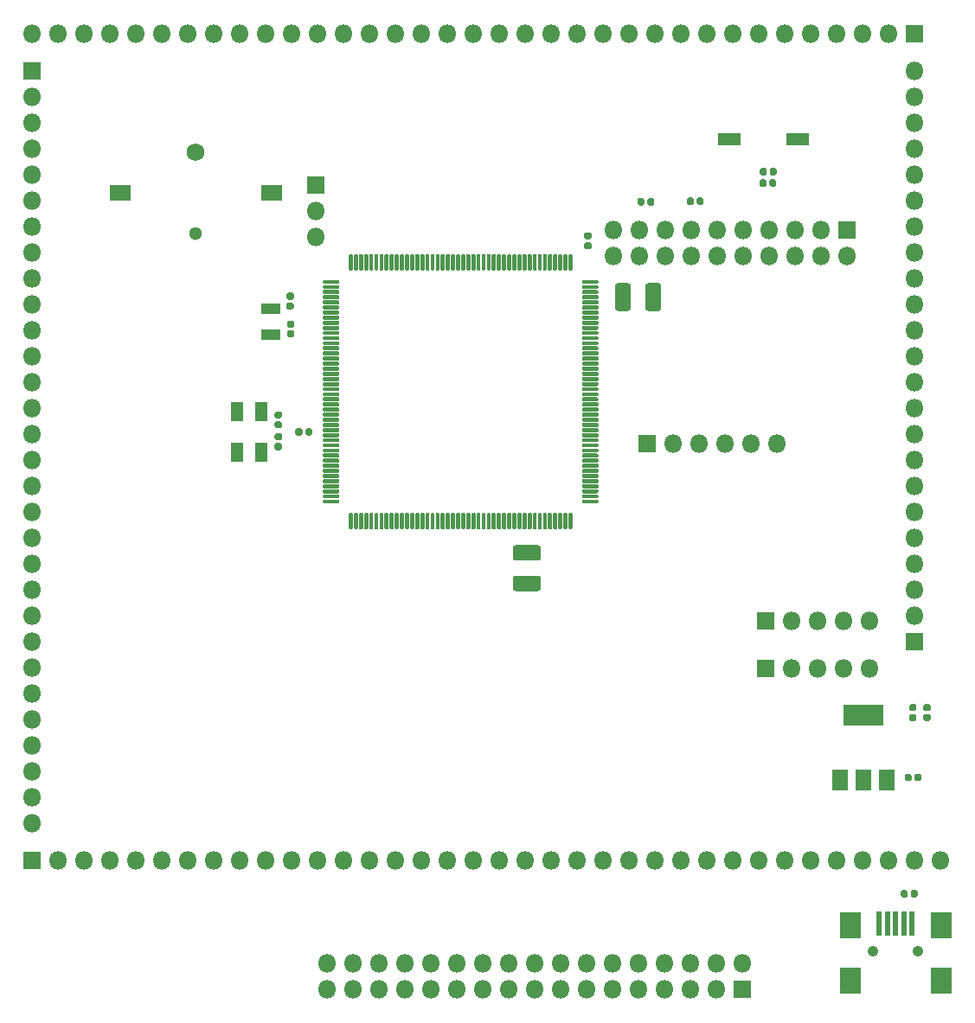
<source format=gbr>
G04 #@! TF.GenerationSoftware,KiCad,Pcbnew,(5.1.6)-1*
G04 #@! TF.CreationDate,2020-09-15T12:17:56+03:00*
G04 #@! TF.ProjectId,469devboard,34363964-6576-4626-9f61-72642e6b6963,rev?*
G04 #@! TF.SameCoordinates,Original*
G04 #@! TF.FileFunction,Soldermask,Top*
G04 #@! TF.FilePolarity,Negative*
%FSLAX46Y46*%
G04 Gerber Fmt 4.6, Leading zero omitted, Abs format (unit mm)*
G04 Created by KiCad (PCBNEW (5.1.6)-1) date 2020-09-15 12:17:56*
%MOMM*%
%LPD*%
G01*
G04 APERTURE LIST*
%ADD10O,1.800000X1.800000*%
%ADD11R,1.800000X1.800000*%
%ADD12R,2.100000X2.600000*%
%ADD13C,1.050000*%
%ADD14R,0.600000X2.350000*%
%ADD15C,1.750000*%
%ADD16C,1.300000*%
%ADD17R,2.100000X1.600000*%
%ADD18R,1.300000X1.900000*%
%ADD19R,1.900000X1.100000*%
%ADD20R,1.600000X2.100000*%
%ADD21R,3.900000X2.100000*%
%ADD22R,2.260000X1.220000*%
G04 APERTURE END LIST*
D10*
X161023300Y-107046500D03*
X158483300Y-107046500D03*
X155943300Y-107046500D03*
X153403300Y-107046500D03*
D11*
X150863300Y-107046500D03*
D10*
X161023300Y-111696500D03*
X158483300Y-111696500D03*
X155943300Y-111696500D03*
X153403300Y-111696500D03*
D11*
X150863300Y-111696500D03*
G36*
G01*
X126375144Y-102629800D02*
X128590056Y-102629800D01*
G75*
G02*
X128857600Y-102897344I0J-267544D01*
G01*
X128857600Y-103887256D01*
G75*
G02*
X128590056Y-104154800I-267544J0D01*
G01*
X126375144Y-104154800D01*
G75*
G02*
X126107600Y-103887256I0J267544D01*
G01*
X126107600Y-102897344D01*
G75*
G02*
X126375144Y-102629800I267544J0D01*
G01*
G37*
G36*
G01*
X126375144Y-99654800D02*
X128590056Y-99654800D01*
G75*
G02*
X128857600Y-99922344I0J-267544D01*
G01*
X128857600Y-100912256D01*
G75*
G02*
X128590056Y-101179800I-267544J0D01*
G01*
X126375144Y-101179800D01*
G75*
G02*
X126107600Y-100912256I0J267544D01*
G01*
X126107600Y-99922344D01*
G75*
G02*
X126375144Y-99654800I267544J0D01*
G01*
G37*
D10*
X135991600Y-71297800D03*
X135991600Y-68757800D03*
X138531600Y-71297800D03*
X138531600Y-68757800D03*
X141071600Y-71297800D03*
X141071600Y-68757800D03*
X143611600Y-71297800D03*
X143611600Y-68757800D03*
X146151600Y-71297800D03*
X146151600Y-68757800D03*
X148691600Y-71297800D03*
X148691600Y-68757800D03*
X151231600Y-71297800D03*
X151231600Y-68757800D03*
X153771600Y-71297800D03*
X153771600Y-68757800D03*
X156311600Y-71297800D03*
X156311600Y-68757800D03*
X158851600Y-71297800D03*
D11*
X158851600Y-68757800D03*
D10*
X79095600Y-126898400D03*
X79095600Y-124358400D03*
X79095600Y-121818400D03*
X79095600Y-119278400D03*
X79095600Y-116738400D03*
X79095600Y-114198400D03*
X79095600Y-111658400D03*
X79095600Y-109118400D03*
X79095600Y-106578400D03*
X79095600Y-104038400D03*
X79095600Y-101498400D03*
X79095600Y-98958400D03*
X79095600Y-96418400D03*
X79095600Y-93878400D03*
X79095600Y-91338400D03*
X79095600Y-88798400D03*
X79095600Y-86258400D03*
X79095600Y-83718400D03*
X79095600Y-81178400D03*
X79095600Y-78638400D03*
X79095600Y-76098400D03*
X79095600Y-73558400D03*
X79095600Y-71018400D03*
X79095600Y-68478400D03*
X79095600Y-65938400D03*
X79095600Y-63398400D03*
X79095600Y-60858400D03*
X79095600Y-58318400D03*
X79095600Y-55778400D03*
D11*
X79095600Y-53238400D03*
D10*
X165404800Y-53187600D03*
X165404800Y-55727600D03*
X165404800Y-58267600D03*
X165404800Y-60807600D03*
X165404800Y-63347600D03*
X165404800Y-65887600D03*
X165404800Y-68427600D03*
X165404800Y-70967600D03*
X165404800Y-73507600D03*
X165404800Y-76047600D03*
X165404800Y-78587600D03*
X165404800Y-81127600D03*
X165404800Y-83667600D03*
X165404800Y-86207600D03*
X165404800Y-88747600D03*
X165404800Y-91287600D03*
X165404800Y-93827600D03*
X165404800Y-96367600D03*
X165404800Y-98907600D03*
X165404800Y-101447600D03*
X165404800Y-103987600D03*
X165404800Y-106527600D03*
D11*
X165404800Y-109067600D03*
D12*
X168013300Y-136849000D03*
X168013300Y-142299000D03*
X159113300Y-142299000D03*
X159113300Y-136849000D03*
D13*
X165763300Y-139399000D03*
X161363300Y-139399000D03*
D14*
X165163300Y-136724000D03*
X164363300Y-136724000D03*
X163563300Y-136724000D03*
X162763300Y-136724000D03*
X161963300Y-136724000D03*
D15*
X95097600Y-61163200D03*
D16*
X95097600Y-69163200D03*
D17*
X102497600Y-65163200D03*
X87697600Y-65163200D03*
G36*
G01*
X105521600Y-88372300D02*
X105521600Y-88767300D01*
G75*
G02*
X105349100Y-88939800I-172500J0D01*
G01*
X105004100Y-88939800D01*
G75*
G02*
X104831600Y-88767300I0J172500D01*
G01*
X104831600Y-88372300D01*
G75*
G02*
X105004100Y-88199800I172500J0D01*
G01*
X105349100Y-88199800D01*
G75*
G02*
X105521600Y-88372300I0J-172500D01*
G01*
G37*
G36*
G01*
X106491600Y-88372300D02*
X106491600Y-88767300D01*
G75*
G02*
X106319100Y-88939800I-172500J0D01*
G01*
X105974100Y-88939800D01*
G75*
G02*
X105801600Y-88767300I0J172500D01*
G01*
X105801600Y-88372300D01*
G75*
G02*
X105974100Y-88199800I172500J0D01*
G01*
X106319100Y-88199800D01*
G75*
G02*
X106491600Y-88372300I0J-172500D01*
G01*
G37*
D18*
X101504600Y-86569800D03*
X101504600Y-90569800D03*
X99104600Y-90569800D03*
X99104600Y-86569800D03*
D19*
X102463600Y-79004800D03*
X102463600Y-76504800D03*
G36*
G01*
X139093100Y-76469256D02*
X139093100Y-74254344D01*
G75*
G02*
X139360644Y-73986800I267544J0D01*
G01*
X140350556Y-73986800D01*
G75*
G02*
X140618100Y-74254344I0J-267544D01*
G01*
X140618100Y-76469256D01*
G75*
G02*
X140350556Y-76736800I-267544J0D01*
G01*
X139360644Y-76736800D01*
G75*
G02*
X139093100Y-76469256I0J267544D01*
G01*
G37*
G36*
G01*
X136118100Y-76469256D02*
X136118100Y-74254344D01*
G75*
G02*
X136385644Y-73986800I267544J0D01*
G01*
X137375556Y-73986800D01*
G75*
G02*
X137643100Y-74254344I0J-267544D01*
G01*
X137643100Y-76469256D01*
G75*
G02*
X137375556Y-76736800I-267544J0D01*
G01*
X136385644Y-76736800D01*
G75*
G02*
X136118100Y-76469256I0J267544D01*
G01*
G37*
D10*
X167995600Y-130556000D03*
X165455600Y-130556000D03*
X162915600Y-130556000D03*
X160375600Y-130556000D03*
X157835600Y-130556000D03*
X155295600Y-130556000D03*
X152755600Y-130556000D03*
X150215600Y-130556000D03*
X147675600Y-130556000D03*
X145135600Y-130556000D03*
X142595600Y-130556000D03*
X140055600Y-130556000D03*
X137515600Y-130556000D03*
X134975600Y-130556000D03*
X132435600Y-130556000D03*
X129895600Y-130556000D03*
X127355600Y-130556000D03*
X124815600Y-130556000D03*
X122275600Y-130556000D03*
X119735600Y-130556000D03*
X117195600Y-130556000D03*
X114655600Y-130556000D03*
X112115600Y-130556000D03*
X109575600Y-130556000D03*
X107035600Y-130556000D03*
X104495600Y-130556000D03*
X101955600Y-130556000D03*
X99415600Y-130556000D03*
X96875600Y-130556000D03*
X94335600Y-130556000D03*
X91795600Y-130556000D03*
X89255600Y-130556000D03*
X86715600Y-130556000D03*
X84175600Y-130556000D03*
X81635600Y-130556000D03*
D11*
X79095600Y-130556000D03*
D10*
X79095600Y-49580800D03*
X81635600Y-49580800D03*
X84175600Y-49580800D03*
X86715600Y-49580800D03*
X89255600Y-49580800D03*
X91795600Y-49580800D03*
X94335600Y-49580800D03*
X96875600Y-49580800D03*
X99415600Y-49580800D03*
X101955600Y-49580800D03*
X104495600Y-49580800D03*
X107035600Y-49580800D03*
X109575600Y-49580800D03*
X112115600Y-49580800D03*
X114655600Y-49580800D03*
X117195600Y-49580800D03*
X119735600Y-49580800D03*
X122275600Y-49580800D03*
X124815600Y-49580800D03*
X127355600Y-49580800D03*
X129895600Y-49580800D03*
X132435600Y-49580800D03*
X134975600Y-49580800D03*
X137515600Y-49580800D03*
X140055600Y-49580800D03*
X142595600Y-49580800D03*
X145135600Y-49580800D03*
X147675600Y-49580800D03*
X150215600Y-49580800D03*
X152755600Y-49580800D03*
X155295600Y-49580800D03*
X157835600Y-49580800D03*
X160375600Y-49580800D03*
X162915600Y-49580800D03*
D11*
X165455600Y-49580800D03*
G36*
G01*
X143827200Y-65791700D02*
X143827200Y-66186700D01*
G75*
G02*
X143654700Y-66359200I-172500J0D01*
G01*
X143309700Y-66359200D01*
G75*
G02*
X143137200Y-66186700I0J172500D01*
G01*
X143137200Y-65791700D01*
G75*
G02*
X143309700Y-65619200I172500J0D01*
G01*
X143654700Y-65619200D01*
G75*
G02*
X143827200Y-65791700I0J-172500D01*
G01*
G37*
G36*
G01*
X144797200Y-65791700D02*
X144797200Y-66186700D01*
G75*
G02*
X144624700Y-66359200I-172500J0D01*
G01*
X144279700Y-66359200D01*
G75*
G02*
X144107200Y-66186700I0J172500D01*
G01*
X144107200Y-65791700D01*
G75*
G02*
X144279700Y-65619200I172500J0D01*
G01*
X144624700Y-65619200D01*
G75*
G02*
X144797200Y-65791700I0J-172500D01*
G01*
G37*
G36*
G01*
X133254100Y-69990000D02*
X133649100Y-69990000D01*
G75*
G02*
X133821600Y-70162500I0J-172500D01*
G01*
X133821600Y-70507500D01*
G75*
G02*
X133649100Y-70680000I-172500J0D01*
G01*
X133254100Y-70680000D01*
G75*
G02*
X133081600Y-70507500I0J172500D01*
G01*
X133081600Y-70162500D01*
G75*
G02*
X133254100Y-69990000I172500J0D01*
G01*
G37*
G36*
G01*
X133254100Y-69020000D02*
X133649100Y-69020000D01*
G75*
G02*
X133821600Y-69192500I0J-172500D01*
G01*
X133821600Y-69537500D01*
G75*
G02*
X133649100Y-69710000I-172500J0D01*
G01*
X133254100Y-69710000D01*
G75*
G02*
X133081600Y-69537500I0J172500D01*
G01*
X133081600Y-69192500D01*
G75*
G02*
X133254100Y-69020000I172500J0D01*
G01*
G37*
G36*
G01*
X139281200Y-66237500D02*
X139281200Y-65842500D01*
G75*
G02*
X139453700Y-65670000I172500J0D01*
G01*
X139798700Y-65670000D01*
G75*
G02*
X139971200Y-65842500I0J-172500D01*
G01*
X139971200Y-66237500D01*
G75*
G02*
X139798700Y-66410000I-172500J0D01*
G01*
X139453700Y-66410000D01*
G75*
G02*
X139281200Y-66237500I0J172500D01*
G01*
G37*
G36*
G01*
X138311200Y-66237500D02*
X138311200Y-65842500D01*
G75*
G02*
X138483700Y-65670000I172500J0D01*
G01*
X138828700Y-65670000D01*
G75*
G02*
X139001200Y-65842500I0J-172500D01*
G01*
X139001200Y-66237500D01*
G75*
G02*
X138828700Y-66410000I-172500J0D01*
G01*
X138483700Y-66410000D01*
G75*
G02*
X138311200Y-66237500I0J172500D01*
G01*
G37*
D10*
X151993600Y-89712800D03*
X149453600Y-89712800D03*
X146913600Y-89712800D03*
X144373600Y-89712800D03*
X141833600Y-89712800D03*
D11*
X139293600Y-89712800D03*
G36*
G01*
X166846900Y-115912600D02*
X166451900Y-115912600D01*
G75*
G02*
X166279400Y-115740100I0J172500D01*
G01*
X166279400Y-115395100D01*
G75*
G02*
X166451900Y-115222600I172500J0D01*
G01*
X166846900Y-115222600D01*
G75*
G02*
X167019400Y-115395100I0J-172500D01*
G01*
X167019400Y-115740100D01*
G75*
G02*
X166846900Y-115912600I-172500J0D01*
G01*
G37*
G36*
G01*
X166846900Y-116882600D02*
X166451900Y-116882600D01*
G75*
G02*
X166279400Y-116710100I0J172500D01*
G01*
X166279400Y-116365100D01*
G75*
G02*
X166451900Y-116192600I172500J0D01*
G01*
X166846900Y-116192600D01*
G75*
G02*
X167019400Y-116365100I0J-172500D01*
G01*
X167019400Y-116710100D01*
G75*
G02*
X166846900Y-116882600I-172500J0D01*
G01*
G37*
G36*
G01*
X165449900Y-115912600D02*
X165054900Y-115912600D01*
G75*
G02*
X164882400Y-115740100I0J172500D01*
G01*
X164882400Y-115395100D01*
G75*
G02*
X165054900Y-115222600I172500J0D01*
G01*
X165449900Y-115222600D01*
G75*
G02*
X165622400Y-115395100I0J-172500D01*
G01*
X165622400Y-115740100D01*
G75*
G02*
X165449900Y-115912600I-172500J0D01*
G01*
G37*
G36*
G01*
X165449900Y-116882600D02*
X165054900Y-116882600D01*
G75*
G02*
X164882400Y-116710100I0J172500D01*
G01*
X164882400Y-116365100D01*
G75*
G02*
X165054900Y-116192600I172500J0D01*
G01*
X165449900Y-116192600D01*
G75*
G02*
X165622400Y-116365100I0J-172500D01*
G01*
X165622400Y-116710100D01*
G75*
G02*
X165449900Y-116882600I-172500J0D01*
G01*
G37*
G36*
G01*
X165415400Y-122600100D02*
X165415400Y-122205100D01*
G75*
G02*
X165587900Y-122032600I172500J0D01*
G01*
X165932900Y-122032600D01*
G75*
G02*
X166105400Y-122205100I0J-172500D01*
G01*
X166105400Y-122600100D01*
G75*
G02*
X165932900Y-122772600I-172500J0D01*
G01*
X165587900Y-122772600D01*
G75*
G02*
X165415400Y-122600100I0J172500D01*
G01*
G37*
G36*
G01*
X164445400Y-122600100D02*
X164445400Y-122205100D01*
G75*
G02*
X164617900Y-122032600I172500J0D01*
G01*
X164962900Y-122032600D01*
G75*
G02*
X165135400Y-122205100I0J-172500D01*
G01*
X165135400Y-122600100D01*
G75*
G02*
X164962900Y-122772600I-172500J0D01*
G01*
X164617900Y-122772600D01*
G75*
G02*
X164445400Y-122600100I0J172500D01*
G01*
G37*
G36*
G01*
X165036800Y-133992000D02*
X165036800Y-133597000D01*
G75*
G02*
X165209300Y-133424500I172500J0D01*
G01*
X165554300Y-133424500D01*
G75*
G02*
X165726800Y-133597000I0J-172500D01*
G01*
X165726800Y-133992000D01*
G75*
G02*
X165554300Y-134164500I-172500J0D01*
G01*
X165209300Y-134164500D01*
G75*
G02*
X165036800Y-133992000I0J172500D01*
G01*
G37*
G36*
G01*
X164066800Y-133992000D02*
X164066800Y-133597000D01*
G75*
G02*
X164239300Y-133424500I172500J0D01*
G01*
X164584300Y-133424500D01*
G75*
G02*
X164756800Y-133597000I0J-172500D01*
G01*
X164756800Y-133992000D01*
G75*
G02*
X164584300Y-134164500I-172500J0D01*
G01*
X164239300Y-134164500D01*
G75*
G02*
X164066800Y-133992000I0J172500D01*
G01*
G37*
D20*
X158126400Y-122631600D03*
X162726400Y-122631600D03*
X160426400Y-122631600D03*
D21*
X160426400Y-116331600D03*
D22*
X154012400Y-59893200D03*
X147282400Y-59893200D03*
G36*
G01*
X150939200Y-64013700D02*
X150939200Y-64408700D01*
G75*
G02*
X150766700Y-64581200I-172500J0D01*
G01*
X150421700Y-64581200D01*
G75*
G02*
X150249200Y-64408700I0J172500D01*
G01*
X150249200Y-64013700D01*
G75*
G02*
X150421700Y-63841200I172500J0D01*
G01*
X150766700Y-63841200D01*
G75*
G02*
X150939200Y-64013700I0J-172500D01*
G01*
G37*
G36*
G01*
X151909200Y-64013700D02*
X151909200Y-64408700D01*
G75*
G02*
X151736700Y-64581200I-172500J0D01*
G01*
X151391700Y-64581200D01*
G75*
G02*
X151219200Y-64408700I0J172500D01*
G01*
X151219200Y-64013700D01*
G75*
G02*
X151391700Y-63841200I172500J0D01*
G01*
X151736700Y-63841200D01*
G75*
G02*
X151909200Y-64013700I0J-172500D01*
G01*
G37*
D10*
X106832400Y-69443600D03*
X106832400Y-66903600D03*
D11*
X106832400Y-64363600D03*
G36*
G01*
X151242200Y-63291100D02*
X151242200Y-62896100D01*
G75*
G02*
X151414700Y-62723600I172500J0D01*
G01*
X151759700Y-62723600D01*
G75*
G02*
X151932200Y-62896100I0J-172500D01*
G01*
X151932200Y-63291100D01*
G75*
G02*
X151759700Y-63463600I-172500J0D01*
G01*
X151414700Y-63463600D01*
G75*
G02*
X151242200Y-63291100I0J172500D01*
G01*
G37*
G36*
G01*
X150272200Y-63291100D02*
X150272200Y-62896100D01*
G75*
G02*
X150444700Y-62723600I172500J0D01*
G01*
X150789700Y-62723600D01*
G75*
G02*
X150962200Y-62896100I0J-172500D01*
G01*
X150962200Y-63291100D01*
G75*
G02*
X150789700Y-63463600I-172500J0D01*
G01*
X150444700Y-63463600D01*
G75*
G02*
X150272200Y-63291100I0J172500D01*
G01*
G37*
G36*
G01*
X102964600Y-89662300D02*
X103359600Y-89662300D01*
G75*
G02*
X103532100Y-89834800I0J-172500D01*
G01*
X103532100Y-90179800D01*
G75*
G02*
X103359600Y-90352300I-172500J0D01*
G01*
X102964600Y-90352300D01*
G75*
G02*
X102792100Y-90179800I0J172500D01*
G01*
X102792100Y-89834800D01*
G75*
G02*
X102964600Y-89662300I172500J0D01*
G01*
G37*
G36*
G01*
X102964600Y-88692300D02*
X103359600Y-88692300D01*
G75*
G02*
X103532100Y-88864800I0J-172500D01*
G01*
X103532100Y-89209800D01*
G75*
G02*
X103359600Y-89382300I-172500J0D01*
G01*
X102964600Y-89382300D01*
G75*
G02*
X102792100Y-89209800I0J172500D01*
G01*
X102792100Y-88864800D01*
G75*
G02*
X102964600Y-88692300I172500J0D01*
G01*
G37*
G36*
G01*
X103359600Y-87246300D02*
X102964600Y-87246300D01*
G75*
G02*
X102792100Y-87073800I0J172500D01*
G01*
X102792100Y-86728800D01*
G75*
G02*
X102964600Y-86556300I172500J0D01*
G01*
X103359600Y-86556300D01*
G75*
G02*
X103532100Y-86728800I0J-172500D01*
G01*
X103532100Y-87073800D01*
G75*
G02*
X103359600Y-87246300I-172500J0D01*
G01*
G37*
G36*
G01*
X103359600Y-88216300D02*
X102964600Y-88216300D01*
G75*
G02*
X102792100Y-88043800I0J172500D01*
G01*
X102792100Y-87698800D01*
G75*
G02*
X102964600Y-87526300I172500J0D01*
G01*
X103359600Y-87526300D01*
G75*
G02*
X103532100Y-87698800I0J-172500D01*
G01*
X103532100Y-88043800D01*
G75*
G02*
X103359600Y-88216300I-172500J0D01*
G01*
G37*
G36*
G01*
X104566100Y-78356300D02*
X104171100Y-78356300D01*
G75*
G02*
X103998600Y-78183800I0J172500D01*
G01*
X103998600Y-77838800D01*
G75*
G02*
X104171100Y-77666300I172500J0D01*
G01*
X104566100Y-77666300D01*
G75*
G02*
X104738600Y-77838800I0J-172500D01*
G01*
X104738600Y-78183800D01*
G75*
G02*
X104566100Y-78356300I-172500J0D01*
G01*
G37*
G36*
G01*
X104566100Y-79326300D02*
X104171100Y-79326300D01*
G75*
G02*
X103998600Y-79153800I0J172500D01*
G01*
X103998600Y-78808800D01*
G75*
G02*
X104171100Y-78636300I172500J0D01*
G01*
X104566100Y-78636300D01*
G75*
G02*
X104738600Y-78808800I0J-172500D01*
G01*
X104738600Y-79153800D01*
G75*
G02*
X104566100Y-79326300I-172500J0D01*
G01*
G37*
G36*
G01*
X104502600Y-75625800D02*
X104107600Y-75625800D01*
G75*
G02*
X103935100Y-75453300I0J172500D01*
G01*
X103935100Y-75108300D01*
G75*
G02*
X104107600Y-74935800I172500J0D01*
G01*
X104502600Y-74935800D01*
G75*
G02*
X104675100Y-75108300I0J-172500D01*
G01*
X104675100Y-75453300D01*
G75*
G02*
X104502600Y-75625800I-172500J0D01*
G01*
G37*
G36*
G01*
X104502600Y-76595800D02*
X104107600Y-76595800D01*
G75*
G02*
X103935100Y-76423300I0J172500D01*
G01*
X103935100Y-76078300D01*
G75*
G02*
X104107600Y-75905800I172500J0D01*
G01*
X104502600Y-75905800D01*
G75*
G02*
X104675100Y-76078300I0J-172500D01*
G01*
X104675100Y-76423300D01*
G75*
G02*
X104502600Y-76595800I-172500J0D01*
G01*
G37*
D10*
X107899200Y-140614400D03*
X107899200Y-143154400D03*
X110439200Y-140614400D03*
X110439200Y-143154400D03*
X112979200Y-140614400D03*
X112979200Y-143154400D03*
X115519200Y-140614400D03*
X115519200Y-143154400D03*
X118059200Y-140614400D03*
X118059200Y-143154400D03*
X120599200Y-140614400D03*
X120599200Y-143154400D03*
X123139200Y-140614400D03*
X123139200Y-143154400D03*
X125679200Y-140614400D03*
X125679200Y-143154400D03*
X128219200Y-140614400D03*
X128219200Y-143154400D03*
X130759200Y-140614400D03*
X130759200Y-143154400D03*
X133299200Y-140614400D03*
X133299200Y-143154400D03*
X135839200Y-140614400D03*
X135839200Y-143154400D03*
X138379200Y-140614400D03*
X138379200Y-143154400D03*
X140919200Y-140614400D03*
X140919200Y-143154400D03*
X143459200Y-140614400D03*
X143459200Y-143154400D03*
X145999200Y-140614400D03*
X145999200Y-143154400D03*
X148539200Y-140614400D03*
D11*
X148539200Y-143154400D03*
G36*
G01*
X110055600Y-72657800D02*
X110055600Y-71257800D01*
G75*
G02*
X110155600Y-71157800I100000J0D01*
G01*
X110355600Y-71157800D01*
G75*
G02*
X110455600Y-71257800I0J-100000D01*
G01*
X110455600Y-72657800D01*
G75*
G02*
X110355600Y-72757800I-100000J0D01*
G01*
X110155600Y-72757800D01*
G75*
G02*
X110055600Y-72657800I0J100000D01*
G01*
G37*
G36*
G01*
X110555600Y-72657800D02*
X110555600Y-71257800D01*
G75*
G02*
X110655600Y-71157800I100000J0D01*
G01*
X110855600Y-71157800D01*
G75*
G02*
X110955600Y-71257800I0J-100000D01*
G01*
X110955600Y-72657800D01*
G75*
G02*
X110855600Y-72757800I-100000J0D01*
G01*
X110655600Y-72757800D01*
G75*
G02*
X110555600Y-72657800I0J100000D01*
G01*
G37*
G36*
G01*
X111055600Y-72657800D02*
X111055600Y-71257800D01*
G75*
G02*
X111155600Y-71157800I100000J0D01*
G01*
X111355600Y-71157800D01*
G75*
G02*
X111455600Y-71257800I0J-100000D01*
G01*
X111455600Y-72657800D01*
G75*
G02*
X111355600Y-72757800I-100000J0D01*
G01*
X111155600Y-72757800D01*
G75*
G02*
X111055600Y-72657800I0J100000D01*
G01*
G37*
G36*
G01*
X111555600Y-72657800D02*
X111555600Y-71257800D01*
G75*
G02*
X111655600Y-71157800I100000J0D01*
G01*
X111855600Y-71157800D01*
G75*
G02*
X111955600Y-71257800I0J-100000D01*
G01*
X111955600Y-72657800D01*
G75*
G02*
X111855600Y-72757800I-100000J0D01*
G01*
X111655600Y-72757800D01*
G75*
G02*
X111555600Y-72657800I0J100000D01*
G01*
G37*
G36*
G01*
X112055600Y-72657800D02*
X112055600Y-71257800D01*
G75*
G02*
X112155600Y-71157800I100000J0D01*
G01*
X112355600Y-71157800D01*
G75*
G02*
X112455600Y-71257800I0J-100000D01*
G01*
X112455600Y-72657800D01*
G75*
G02*
X112355600Y-72757800I-100000J0D01*
G01*
X112155600Y-72757800D01*
G75*
G02*
X112055600Y-72657800I0J100000D01*
G01*
G37*
G36*
G01*
X112555600Y-72657800D02*
X112555600Y-71257800D01*
G75*
G02*
X112655600Y-71157800I100000J0D01*
G01*
X112855600Y-71157800D01*
G75*
G02*
X112955600Y-71257800I0J-100000D01*
G01*
X112955600Y-72657800D01*
G75*
G02*
X112855600Y-72757800I-100000J0D01*
G01*
X112655600Y-72757800D01*
G75*
G02*
X112555600Y-72657800I0J100000D01*
G01*
G37*
G36*
G01*
X113055600Y-72657800D02*
X113055600Y-71257800D01*
G75*
G02*
X113155600Y-71157800I100000J0D01*
G01*
X113355600Y-71157800D01*
G75*
G02*
X113455600Y-71257800I0J-100000D01*
G01*
X113455600Y-72657800D01*
G75*
G02*
X113355600Y-72757800I-100000J0D01*
G01*
X113155600Y-72757800D01*
G75*
G02*
X113055600Y-72657800I0J100000D01*
G01*
G37*
G36*
G01*
X113555600Y-72657800D02*
X113555600Y-71257800D01*
G75*
G02*
X113655600Y-71157800I100000J0D01*
G01*
X113855600Y-71157800D01*
G75*
G02*
X113955600Y-71257800I0J-100000D01*
G01*
X113955600Y-72657800D01*
G75*
G02*
X113855600Y-72757800I-100000J0D01*
G01*
X113655600Y-72757800D01*
G75*
G02*
X113555600Y-72657800I0J100000D01*
G01*
G37*
G36*
G01*
X114055600Y-72657800D02*
X114055600Y-71257800D01*
G75*
G02*
X114155600Y-71157800I100000J0D01*
G01*
X114355600Y-71157800D01*
G75*
G02*
X114455600Y-71257800I0J-100000D01*
G01*
X114455600Y-72657800D01*
G75*
G02*
X114355600Y-72757800I-100000J0D01*
G01*
X114155600Y-72757800D01*
G75*
G02*
X114055600Y-72657800I0J100000D01*
G01*
G37*
G36*
G01*
X114555600Y-72657800D02*
X114555600Y-71257800D01*
G75*
G02*
X114655600Y-71157800I100000J0D01*
G01*
X114855600Y-71157800D01*
G75*
G02*
X114955600Y-71257800I0J-100000D01*
G01*
X114955600Y-72657800D01*
G75*
G02*
X114855600Y-72757800I-100000J0D01*
G01*
X114655600Y-72757800D01*
G75*
G02*
X114555600Y-72657800I0J100000D01*
G01*
G37*
G36*
G01*
X115055600Y-72657800D02*
X115055600Y-71257800D01*
G75*
G02*
X115155600Y-71157800I100000J0D01*
G01*
X115355600Y-71157800D01*
G75*
G02*
X115455600Y-71257800I0J-100000D01*
G01*
X115455600Y-72657800D01*
G75*
G02*
X115355600Y-72757800I-100000J0D01*
G01*
X115155600Y-72757800D01*
G75*
G02*
X115055600Y-72657800I0J100000D01*
G01*
G37*
G36*
G01*
X115555600Y-72657800D02*
X115555600Y-71257800D01*
G75*
G02*
X115655600Y-71157800I100000J0D01*
G01*
X115855600Y-71157800D01*
G75*
G02*
X115955600Y-71257800I0J-100000D01*
G01*
X115955600Y-72657800D01*
G75*
G02*
X115855600Y-72757800I-100000J0D01*
G01*
X115655600Y-72757800D01*
G75*
G02*
X115555600Y-72657800I0J100000D01*
G01*
G37*
G36*
G01*
X116055600Y-72657800D02*
X116055600Y-71257800D01*
G75*
G02*
X116155600Y-71157800I100000J0D01*
G01*
X116355600Y-71157800D01*
G75*
G02*
X116455600Y-71257800I0J-100000D01*
G01*
X116455600Y-72657800D01*
G75*
G02*
X116355600Y-72757800I-100000J0D01*
G01*
X116155600Y-72757800D01*
G75*
G02*
X116055600Y-72657800I0J100000D01*
G01*
G37*
G36*
G01*
X116555600Y-72657800D02*
X116555600Y-71257800D01*
G75*
G02*
X116655600Y-71157800I100000J0D01*
G01*
X116855600Y-71157800D01*
G75*
G02*
X116955600Y-71257800I0J-100000D01*
G01*
X116955600Y-72657800D01*
G75*
G02*
X116855600Y-72757800I-100000J0D01*
G01*
X116655600Y-72757800D01*
G75*
G02*
X116555600Y-72657800I0J100000D01*
G01*
G37*
G36*
G01*
X117055600Y-72657800D02*
X117055600Y-71257800D01*
G75*
G02*
X117155600Y-71157800I100000J0D01*
G01*
X117355600Y-71157800D01*
G75*
G02*
X117455600Y-71257800I0J-100000D01*
G01*
X117455600Y-72657800D01*
G75*
G02*
X117355600Y-72757800I-100000J0D01*
G01*
X117155600Y-72757800D01*
G75*
G02*
X117055600Y-72657800I0J100000D01*
G01*
G37*
G36*
G01*
X117555600Y-72657800D02*
X117555600Y-71257800D01*
G75*
G02*
X117655600Y-71157800I100000J0D01*
G01*
X117855600Y-71157800D01*
G75*
G02*
X117955600Y-71257800I0J-100000D01*
G01*
X117955600Y-72657800D01*
G75*
G02*
X117855600Y-72757800I-100000J0D01*
G01*
X117655600Y-72757800D01*
G75*
G02*
X117555600Y-72657800I0J100000D01*
G01*
G37*
G36*
G01*
X118055600Y-72657800D02*
X118055600Y-71257800D01*
G75*
G02*
X118155600Y-71157800I100000J0D01*
G01*
X118355600Y-71157800D01*
G75*
G02*
X118455600Y-71257800I0J-100000D01*
G01*
X118455600Y-72657800D01*
G75*
G02*
X118355600Y-72757800I-100000J0D01*
G01*
X118155600Y-72757800D01*
G75*
G02*
X118055600Y-72657800I0J100000D01*
G01*
G37*
G36*
G01*
X118555600Y-72657800D02*
X118555600Y-71257800D01*
G75*
G02*
X118655600Y-71157800I100000J0D01*
G01*
X118855600Y-71157800D01*
G75*
G02*
X118955600Y-71257800I0J-100000D01*
G01*
X118955600Y-72657800D01*
G75*
G02*
X118855600Y-72757800I-100000J0D01*
G01*
X118655600Y-72757800D01*
G75*
G02*
X118555600Y-72657800I0J100000D01*
G01*
G37*
G36*
G01*
X119055600Y-72657800D02*
X119055600Y-71257800D01*
G75*
G02*
X119155600Y-71157800I100000J0D01*
G01*
X119355600Y-71157800D01*
G75*
G02*
X119455600Y-71257800I0J-100000D01*
G01*
X119455600Y-72657800D01*
G75*
G02*
X119355600Y-72757800I-100000J0D01*
G01*
X119155600Y-72757800D01*
G75*
G02*
X119055600Y-72657800I0J100000D01*
G01*
G37*
G36*
G01*
X119555600Y-72657800D02*
X119555600Y-71257800D01*
G75*
G02*
X119655600Y-71157800I100000J0D01*
G01*
X119855600Y-71157800D01*
G75*
G02*
X119955600Y-71257800I0J-100000D01*
G01*
X119955600Y-72657800D01*
G75*
G02*
X119855600Y-72757800I-100000J0D01*
G01*
X119655600Y-72757800D01*
G75*
G02*
X119555600Y-72657800I0J100000D01*
G01*
G37*
G36*
G01*
X120055600Y-72657800D02*
X120055600Y-71257800D01*
G75*
G02*
X120155600Y-71157800I100000J0D01*
G01*
X120355600Y-71157800D01*
G75*
G02*
X120455600Y-71257800I0J-100000D01*
G01*
X120455600Y-72657800D01*
G75*
G02*
X120355600Y-72757800I-100000J0D01*
G01*
X120155600Y-72757800D01*
G75*
G02*
X120055600Y-72657800I0J100000D01*
G01*
G37*
G36*
G01*
X120555600Y-72657800D02*
X120555600Y-71257800D01*
G75*
G02*
X120655600Y-71157800I100000J0D01*
G01*
X120855600Y-71157800D01*
G75*
G02*
X120955600Y-71257800I0J-100000D01*
G01*
X120955600Y-72657800D01*
G75*
G02*
X120855600Y-72757800I-100000J0D01*
G01*
X120655600Y-72757800D01*
G75*
G02*
X120555600Y-72657800I0J100000D01*
G01*
G37*
G36*
G01*
X121055600Y-72657800D02*
X121055600Y-71257800D01*
G75*
G02*
X121155600Y-71157800I100000J0D01*
G01*
X121355600Y-71157800D01*
G75*
G02*
X121455600Y-71257800I0J-100000D01*
G01*
X121455600Y-72657800D01*
G75*
G02*
X121355600Y-72757800I-100000J0D01*
G01*
X121155600Y-72757800D01*
G75*
G02*
X121055600Y-72657800I0J100000D01*
G01*
G37*
G36*
G01*
X121555600Y-72657800D02*
X121555600Y-71257800D01*
G75*
G02*
X121655600Y-71157800I100000J0D01*
G01*
X121855600Y-71157800D01*
G75*
G02*
X121955600Y-71257800I0J-100000D01*
G01*
X121955600Y-72657800D01*
G75*
G02*
X121855600Y-72757800I-100000J0D01*
G01*
X121655600Y-72757800D01*
G75*
G02*
X121555600Y-72657800I0J100000D01*
G01*
G37*
G36*
G01*
X122055600Y-72657800D02*
X122055600Y-71257800D01*
G75*
G02*
X122155600Y-71157800I100000J0D01*
G01*
X122355600Y-71157800D01*
G75*
G02*
X122455600Y-71257800I0J-100000D01*
G01*
X122455600Y-72657800D01*
G75*
G02*
X122355600Y-72757800I-100000J0D01*
G01*
X122155600Y-72757800D01*
G75*
G02*
X122055600Y-72657800I0J100000D01*
G01*
G37*
G36*
G01*
X122555600Y-72657800D02*
X122555600Y-71257800D01*
G75*
G02*
X122655600Y-71157800I100000J0D01*
G01*
X122855600Y-71157800D01*
G75*
G02*
X122955600Y-71257800I0J-100000D01*
G01*
X122955600Y-72657800D01*
G75*
G02*
X122855600Y-72757800I-100000J0D01*
G01*
X122655600Y-72757800D01*
G75*
G02*
X122555600Y-72657800I0J100000D01*
G01*
G37*
G36*
G01*
X123055600Y-72657800D02*
X123055600Y-71257800D01*
G75*
G02*
X123155600Y-71157800I100000J0D01*
G01*
X123355600Y-71157800D01*
G75*
G02*
X123455600Y-71257800I0J-100000D01*
G01*
X123455600Y-72657800D01*
G75*
G02*
X123355600Y-72757800I-100000J0D01*
G01*
X123155600Y-72757800D01*
G75*
G02*
X123055600Y-72657800I0J100000D01*
G01*
G37*
G36*
G01*
X123555600Y-72657800D02*
X123555600Y-71257800D01*
G75*
G02*
X123655600Y-71157800I100000J0D01*
G01*
X123855600Y-71157800D01*
G75*
G02*
X123955600Y-71257800I0J-100000D01*
G01*
X123955600Y-72657800D01*
G75*
G02*
X123855600Y-72757800I-100000J0D01*
G01*
X123655600Y-72757800D01*
G75*
G02*
X123555600Y-72657800I0J100000D01*
G01*
G37*
G36*
G01*
X124055600Y-72657800D02*
X124055600Y-71257800D01*
G75*
G02*
X124155600Y-71157800I100000J0D01*
G01*
X124355600Y-71157800D01*
G75*
G02*
X124455600Y-71257800I0J-100000D01*
G01*
X124455600Y-72657800D01*
G75*
G02*
X124355600Y-72757800I-100000J0D01*
G01*
X124155600Y-72757800D01*
G75*
G02*
X124055600Y-72657800I0J100000D01*
G01*
G37*
G36*
G01*
X124555600Y-72657800D02*
X124555600Y-71257800D01*
G75*
G02*
X124655600Y-71157800I100000J0D01*
G01*
X124855600Y-71157800D01*
G75*
G02*
X124955600Y-71257800I0J-100000D01*
G01*
X124955600Y-72657800D01*
G75*
G02*
X124855600Y-72757800I-100000J0D01*
G01*
X124655600Y-72757800D01*
G75*
G02*
X124555600Y-72657800I0J100000D01*
G01*
G37*
G36*
G01*
X125055600Y-72657800D02*
X125055600Y-71257800D01*
G75*
G02*
X125155600Y-71157800I100000J0D01*
G01*
X125355600Y-71157800D01*
G75*
G02*
X125455600Y-71257800I0J-100000D01*
G01*
X125455600Y-72657800D01*
G75*
G02*
X125355600Y-72757800I-100000J0D01*
G01*
X125155600Y-72757800D01*
G75*
G02*
X125055600Y-72657800I0J100000D01*
G01*
G37*
G36*
G01*
X125555600Y-72657800D02*
X125555600Y-71257800D01*
G75*
G02*
X125655600Y-71157800I100000J0D01*
G01*
X125855600Y-71157800D01*
G75*
G02*
X125955600Y-71257800I0J-100000D01*
G01*
X125955600Y-72657800D01*
G75*
G02*
X125855600Y-72757800I-100000J0D01*
G01*
X125655600Y-72757800D01*
G75*
G02*
X125555600Y-72657800I0J100000D01*
G01*
G37*
G36*
G01*
X126055600Y-72657800D02*
X126055600Y-71257800D01*
G75*
G02*
X126155600Y-71157800I100000J0D01*
G01*
X126355600Y-71157800D01*
G75*
G02*
X126455600Y-71257800I0J-100000D01*
G01*
X126455600Y-72657800D01*
G75*
G02*
X126355600Y-72757800I-100000J0D01*
G01*
X126155600Y-72757800D01*
G75*
G02*
X126055600Y-72657800I0J100000D01*
G01*
G37*
G36*
G01*
X126555600Y-72657800D02*
X126555600Y-71257800D01*
G75*
G02*
X126655600Y-71157800I100000J0D01*
G01*
X126855600Y-71157800D01*
G75*
G02*
X126955600Y-71257800I0J-100000D01*
G01*
X126955600Y-72657800D01*
G75*
G02*
X126855600Y-72757800I-100000J0D01*
G01*
X126655600Y-72757800D01*
G75*
G02*
X126555600Y-72657800I0J100000D01*
G01*
G37*
G36*
G01*
X127055600Y-72657800D02*
X127055600Y-71257800D01*
G75*
G02*
X127155600Y-71157800I100000J0D01*
G01*
X127355600Y-71157800D01*
G75*
G02*
X127455600Y-71257800I0J-100000D01*
G01*
X127455600Y-72657800D01*
G75*
G02*
X127355600Y-72757800I-100000J0D01*
G01*
X127155600Y-72757800D01*
G75*
G02*
X127055600Y-72657800I0J100000D01*
G01*
G37*
G36*
G01*
X127555600Y-72657800D02*
X127555600Y-71257800D01*
G75*
G02*
X127655600Y-71157800I100000J0D01*
G01*
X127855600Y-71157800D01*
G75*
G02*
X127955600Y-71257800I0J-100000D01*
G01*
X127955600Y-72657800D01*
G75*
G02*
X127855600Y-72757800I-100000J0D01*
G01*
X127655600Y-72757800D01*
G75*
G02*
X127555600Y-72657800I0J100000D01*
G01*
G37*
G36*
G01*
X128055600Y-72657800D02*
X128055600Y-71257800D01*
G75*
G02*
X128155600Y-71157800I100000J0D01*
G01*
X128355600Y-71157800D01*
G75*
G02*
X128455600Y-71257800I0J-100000D01*
G01*
X128455600Y-72657800D01*
G75*
G02*
X128355600Y-72757800I-100000J0D01*
G01*
X128155600Y-72757800D01*
G75*
G02*
X128055600Y-72657800I0J100000D01*
G01*
G37*
G36*
G01*
X128555600Y-72657800D02*
X128555600Y-71257800D01*
G75*
G02*
X128655600Y-71157800I100000J0D01*
G01*
X128855600Y-71157800D01*
G75*
G02*
X128955600Y-71257800I0J-100000D01*
G01*
X128955600Y-72657800D01*
G75*
G02*
X128855600Y-72757800I-100000J0D01*
G01*
X128655600Y-72757800D01*
G75*
G02*
X128555600Y-72657800I0J100000D01*
G01*
G37*
G36*
G01*
X129055600Y-72657800D02*
X129055600Y-71257800D01*
G75*
G02*
X129155600Y-71157800I100000J0D01*
G01*
X129355600Y-71157800D01*
G75*
G02*
X129455600Y-71257800I0J-100000D01*
G01*
X129455600Y-72657800D01*
G75*
G02*
X129355600Y-72757800I-100000J0D01*
G01*
X129155600Y-72757800D01*
G75*
G02*
X129055600Y-72657800I0J100000D01*
G01*
G37*
G36*
G01*
X129555600Y-72657800D02*
X129555600Y-71257800D01*
G75*
G02*
X129655600Y-71157800I100000J0D01*
G01*
X129855600Y-71157800D01*
G75*
G02*
X129955600Y-71257800I0J-100000D01*
G01*
X129955600Y-72657800D01*
G75*
G02*
X129855600Y-72757800I-100000J0D01*
G01*
X129655600Y-72757800D01*
G75*
G02*
X129555600Y-72657800I0J100000D01*
G01*
G37*
G36*
G01*
X130055600Y-72657800D02*
X130055600Y-71257800D01*
G75*
G02*
X130155600Y-71157800I100000J0D01*
G01*
X130355600Y-71157800D01*
G75*
G02*
X130455600Y-71257800I0J-100000D01*
G01*
X130455600Y-72657800D01*
G75*
G02*
X130355600Y-72757800I-100000J0D01*
G01*
X130155600Y-72757800D01*
G75*
G02*
X130055600Y-72657800I0J100000D01*
G01*
G37*
G36*
G01*
X130555600Y-72657800D02*
X130555600Y-71257800D01*
G75*
G02*
X130655600Y-71157800I100000J0D01*
G01*
X130855600Y-71157800D01*
G75*
G02*
X130955600Y-71257800I0J-100000D01*
G01*
X130955600Y-72657800D01*
G75*
G02*
X130855600Y-72757800I-100000J0D01*
G01*
X130655600Y-72757800D01*
G75*
G02*
X130555600Y-72657800I0J100000D01*
G01*
G37*
G36*
G01*
X131055600Y-72657800D02*
X131055600Y-71257800D01*
G75*
G02*
X131155600Y-71157800I100000J0D01*
G01*
X131355600Y-71157800D01*
G75*
G02*
X131455600Y-71257800I0J-100000D01*
G01*
X131455600Y-72657800D01*
G75*
G02*
X131355600Y-72757800I-100000J0D01*
G01*
X131155600Y-72757800D01*
G75*
G02*
X131055600Y-72657800I0J100000D01*
G01*
G37*
G36*
G01*
X131555600Y-72657800D02*
X131555600Y-71257800D01*
G75*
G02*
X131655600Y-71157800I100000J0D01*
G01*
X131855600Y-71157800D01*
G75*
G02*
X131955600Y-71257800I0J-100000D01*
G01*
X131955600Y-72657800D01*
G75*
G02*
X131855600Y-72757800I-100000J0D01*
G01*
X131655600Y-72757800D01*
G75*
G02*
X131555600Y-72657800I0J100000D01*
G01*
G37*
G36*
G01*
X132880600Y-73982800D02*
X132880600Y-73782800D01*
G75*
G02*
X132980600Y-73682800I100000J0D01*
G01*
X134380600Y-73682800D01*
G75*
G02*
X134480600Y-73782800I0J-100000D01*
G01*
X134480600Y-73982800D01*
G75*
G02*
X134380600Y-74082800I-100000J0D01*
G01*
X132980600Y-74082800D01*
G75*
G02*
X132880600Y-73982800I0J100000D01*
G01*
G37*
G36*
G01*
X132880600Y-74482800D02*
X132880600Y-74282800D01*
G75*
G02*
X132980600Y-74182800I100000J0D01*
G01*
X134380600Y-74182800D01*
G75*
G02*
X134480600Y-74282800I0J-100000D01*
G01*
X134480600Y-74482800D01*
G75*
G02*
X134380600Y-74582800I-100000J0D01*
G01*
X132980600Y-74582800D01*
G75*
G02*
X132880600Y-74482800I0J100000D01*
G01*
G37*
G36*
G01*
X132880600Y-74982800D02*
X132880600Y-74782800D01*
G75*
G02*
X132980600Y-74682800I100000J0D01*
G01*
X134380600Y-74682800D01*
G75*
G02*
X134480600Y-74782800I0J-100000D01*
G01*
X134480600Y-74982800D01*
G75*
G02*
X134380600Y-75082800I-100000J0D01*
G01*
X132980600Y-75082800D01*
G75*
G02*
X132880600Y-74982800I0J100000D01*
G01*
G37*
G36*
G01*
X132880600Y-75482800D02*
X132880600Y-75282800D01*
G75*
G02*
X132980600Y-75182800I100000J0D01*
G01*
X134380600Y-75182800D01*
G75*
G02*
X134480600Y-75282800I0J-100000D01*
G01*
X134480600Y-75482800D01*
G75*
G02*
X134380600Y-75582800I-100000J0D01*
G01*
X132980600Y-75582800D01*
G75*
G02*
X132880600Y-75482800I0J100000D01*
G01*
G37*
G36*
G01*
X132880600Y-75982800D02*
X132880600Y-75782800D01*
G75*
G02*
X132980600Y-75682800I100000J0D01*
G01*
X134380600Y-75682800D01*
G75*
G02*
X134480600Y-75782800I0J-100000D01*
G01*
X134480600Y-75982800D01*
G75*
G02*
X134380600Y-76082800I-100000J0D01*
G01*
X132980600Y-76082800D01*
G75*
G02*
X132880600Y-75982800I0J100000D01*
G01*
G37*
G36*
G01*
X132880600Y-76482800D02*
X132880600Y-76282800D01*
G75*
G02*
X132980600Y-76182800I100000J0D01*
G01*
X134380600Y-76182800D01*
G75*
G02*
X134480600Y-76282800I0J-100000D01*
G01*
X134480600Y-76482800D01*
G75*
G02*
X134380600Y-76582800I-100000J0D01*
G01*
X132980600Y-76582800D01*
G75*
G02*
X132880600Y-76482800I0J100000D01*
G01*
G37*
G36*
G01*
X132880600Y-76982800D02*
X132880600Y-76782800D01*
G75*
G02*
X132980600Y-76682800I100000J0D01*
G01*
X134380600Y-76682800D01*
G75*
G02*
X134480600Y-76782800I0J-100000D01*
G01*
X134480600Y-76982800D01*
G75*
G02*
X134380600Y-77082800I-100000J0D01*
G01*
X132980600Y-77082800D01*
G75*
G02*
X132880600Y-76982800I0J100000D01*
G01*
G37*
G36*
G01*
X132880600Y-77482800D02*
X132880600Y-77282800D01*
G75*
G02*
X132980600Y-77182800I100000J0D01*
G01*
X134380600Y-77182800D01*
G75*
G02*
X134480600Y-77282800I0J-100000D01*
G01*
X134480600Y-77482800D01*
G75*
G02*
X134380600Y-77582800I-100000J0D01*
G01*
X132980600Y-77582800D01*
G75*
G02*
X132880600Y-77482800I0J100000D01*
G01*
G37*
G36*
G01*
X132880600Y-77982800D02*
X132880600Y-77782800D01*
G75*
G02*
X132980600Y-77682800I100000J0D01*
G01*
X134380600Y-77682800D01*
G75*
G02*
X134480600Y-77782800I0J-100000D01*
G01*
X134480600Y-77982800D01*
G75*
G02*
X134380600Y-78082800I-100000J0D01*
G01*
X132980600Y-78082800D01*
G75*
G02*
X132880600Y-77982800I0J100000D01*
G01*
G37*
G36*
G01*
X132880600Y-78482800D02*
X132880600Y-78282800D01*
G75*
G02*
X132980600Y-78182800I100000J0D01*
G01*
X134380600Y-78182800D01*
G75*
G02*
X134480600Y-78282800I0J-100000D01*
G01*
X134480600Y-78482800D01*
G75*
G02*
X134380600Y-78582800I-100000J0D01*
G01*
X132980600Y-78582800D01*
G75*
G02*
X132880600Y-78482800I0J100000D01*
G01*
G37*
G36*
G01*
X132880600Y-78982800D02*
X132880600Y-78782800D01*
G75*
G02*
X132980600Y-78682800I100000J0D01*
G01*
X134380600Y-78682800D01*
G75*
G02*
X134480600Y-78782800I0J-100000D01*
G01*
X134480600Y-78982800D01*
G75*
G02*
X134380600Y-79082800I-100000J0D01*
G01*
X132980600Y-79082800D01*
G75*
G02*
X132880600Y-78982800I0J100000D01*
G01*
G37*
G36*
G01*
X132880600Y-79482800D02*
X132880600Y-79282800D01*
G75*
G02*
X132980600Y-79182800I100000J0D01*
G01*
X134380600Y-79182800D01*
G75*
G02*
X134480600Y-79282800I0J-100000D01*
G01*
X134480600Y-79482800D01*
G75*
G02*
X134380600Y-79582800I-100000J0D01*
G01*
X132980600Y-79582800D01*
G75*
G02*
X132880600Y-79482800I0J100000D01*
G01*
G37*
G36*
G01*
X132880600Y-79982800D02*
X132880600Y-79782800D01*
G75*
G02*
X132980600Y-79682800I100000J0D01*
G01*
X134380600Y-79682800D01*
G75*
G02*
X134480600Y-79782800I0J-100000D01*
G01*
X134480600Y-79982800D01*
G75*
G02*
X134380600Y-80082800I-100000J0D01*
G01*
X132980600Y-80082800D01*
G75*
G02*
X132880600Y-79982800I0J100000D01*
G01*
G37*
G36*
G01*
X132880600Y-80482800D02*
X132880600Y-80282800D01*
G75*
G02*
X132980600Y-80182800I100000J0D01*
G01*
X134380600Y-80182800D01*
G75*
G02*
X134480600Y-80282800I0J-100000D01*
G01*
X134480600Y-80482800D01*
G75*
G02*
X134380600Y-80582800I-100000J0D01*
G01*
X132980600Y-80582800D01*
G75*
G02*
X132880600Y-80482800I0J100000D01*
G01*
G37*
G36*
G01*
X132880600Y-80982800D02*
X132880600Y-80782800D01*
G75*
G02*
X132980600Y-80682800I100000J0D01*
G01*
X134380600Y-80682800D01*
G75*
G02*
X134480600Y-80782800I0J-100000D01*
G01*
X134480600Y-80982800D01*
G75*
G02*
X134380600Y-81082800I-100000J0D01*
G01*
X132980600Y-81082800D01*
G75*
G02*
X132880600Y-80982800I0J100000D01*
G01*
G37*
G36*
G01*
X132880600Y-81482800D02*
X132880600Y-81282800D01*
G75*
G02*
X132980600Y-81182800I100000J0D01*
G01*
X134380600Y-81182800D01*
G75*
G02*
X134480600Y-81282800I0J-100000D01*
G01*
X134480600Y-81482800D01*
G75*
G02*
X134380600Y-81582800I-100000J0D01*
G01*
X132980600Y-81582800D01*
G75*
G02*
X132880600Y-81482800I0J100000D01*
G01*
G37*
G36*
G01*
X132880600Y-81982800D02*
X132880600Y-81782800D01*
G75*
G02*
X132980600Y-81682800I100000J0D01*
G01*
X134380600Y-81682800D01*
G75*
G02*
X134480600Y-81782800I0J-100000D01*
G01*
X134480600Y-81982800D01*
G75*
G02*
X134380600Y-82082800I-100000J0D01*
G01*
X132980600Y-82082800D01*
G75*
G02*
X132880600Y-81982800I0J100000D01*
G01*
G37*
G36*
G01*
X132880600Y-82482800D02*
X132880600Y-82282800D01*
G75*
G02*
X132980600Y-82182800I100000J0D01*
G01*
X134380600Y-82182800D01*
G75*
G02*
X134480600Y-82282800I0J-100000D01*
G01*
X134480600Y-82482800D01*
G75*
G02*
X134380600Y-82582800I-100000J0D01*
G01*
X132980600Y-82582800D01*
G75*
G02*
X132880600Y-82482800I0J100000D01*
G01*
G37*
G36*
G01*
X132880600Y-82982800D02*
X132880600Y-82782800D01*
G75*
G02*
X132980600Y-82682800I100000J0D01*
G01*
X134380600Y-82682800D01*
G75*
G02*
X134480600Y-82782800I0J-100000D01*
G01*
X134480600Y-82982800D01*
G75*
G02*
X134380600Y-83082800I-100000J0D01*
G01*
X132980600Y-83082800D01*
G75*
G02*
X132880600Y-82982800I0J100000D01*
G01*
G37*
G36*
G01*
X132880600Y-83482800D02*
X132880600Y-83282800D01*
G75*
G02*
X132980600Y-83182800I100000J0D01*
G01*
X134380600Y-83182800D01*
G75*
G02*
X134480600Y-83282800I0J-100000D01*
G01*
X134480600Y-83482800D01*
G75*
G02*
X134380600Y-83582800I-100000J0D01*
G01*
X132980600Y-83582800D01*
G75*
G02*
X132880600Y-83482800I0J100000D01*
G01*
G37*
G36*
G01*
X132880600Y-83982800D02*
X132880600Y-83782800D01*
G75*
G02*
X132980600Y-83682800I100000J0D01*
G01*
X134380600Y-83682800D01*
G75*
G02*
X134480600Y-83782800I0J-100000D01*
G01*
X134480600Y-83982800D01*
G75*
G02*
X134380600Y-84082800I-100000J0D01*
G01*
X132980600Y-84082800D01*
G75*
G02*
X132880600Y-83982800I0J100000D01*
G01*
G37*
G36*
G01*
X132880600Y-84482800D02*
X132880600Y-84282800D01*
G75*
G02*
X132980600Y-84182800I100000J0D01*
G01*
X134380600Y-84182800D01*
G75*
G02*
X134480600Y-84282800I0J-100000D01*
G01*
X134480600Y-84482800D01*
G75*
G02*
X134380600Y-84582800I-100000J0D01*
G01*
X132980600Y-84582800D01*
G75*
G02*
X132880600Y-84482800I0J100000D01*
G01*
G37*
G36*
G01*
X132880600Y-84982800D02*
X132880600Y-84782800D01*
G75*
G02*
X132980600Y-84682800I100000J0D01*
G01*
X134380600Y-84682800D01*
G75*
G02*
X134480600Y-84782800I0J-100000D01*
G01*
X134480600Y-84982800D01*
G75*
G02*
X134380600Y-85082800I-100000J0D01*
G01*
X132980600Y-85082800D01*
G75*
G02*
X132880600Y-84982800I0J100000D01*
G01*
G37*
G36*
G01*
X132880600Y-85482800D02*
X132880600Y-85282800D01*
G75*
G02*
X132980600Y-85182800I100000J0D01*
G01*
X134380600Y-85182800D01*
G75*
G02*
X134480600Y-85282800I0J-100000D01*
G01*
X134480600Y-85482800D01*
G75*
G02*
X134380600Y-85582800I-100000J0D01*
G01*
X132980600Y-85582800D01*
G75*
G02*
X132880600Y-85482800I0J100000D01*
G01*
G37*
G36*
G01*
X132880600Y-85982800D02*
X132880600Y-85782800D01*
G75*
G02*
X132980600Y-85682800I100000J0D01*
G01*
X134380600Y-85682800D01*
G75*
G02*
X134480600Y-85782800I0J-100000D01*
G01*
X134480600Y-85982800D01*
G75*
G02*
X134380600Y-86082800I-100000J0D01*
G01*
X132980600Y-86082800D01*
G75*
G02*
X132880600Y-85982800I0J100000D01*
G01*
G37*
G36*
G01*
X132880600Y-86482800D02*
X132880600Y-86282800D01*
G75*
G02*
X132980600Y-86182800I100000J0D01*
G01*
X134380600Y-86182800D01*
G75*
G02*
X134480600Y-86282800I0J-100000D01*
G01*
X134480600Y-86482800D01*
G75*
G02*
X134380600Y-86582800I-100000J0D01*
G01*
X132980600Y-86582800D01*
G75*
G02*
X132880600Y-86482800I0J100000D01*
G01*
G37*
G36*
G01*
X132880600Y-86982800D02*
X132880600Y-86782800D01*
G75*
G02*
X132980600Y-86682800I100000J0D01*
G01*
X134380600Y-86682800D01*
G75*
G02*
X134480600Y-86782800I0J-100000D01*
G01*
X134480600Y-86982800D01*
G75*
G02*
X134380600Y-87082800I-100000J0D01*
G01*
X132980600Y-87082800D01*
G75*
G02*
X132880600Y-86982800I0J100000D01*
G01*
G37*
G36*
G01*
X132880600Y-87482800D02*
X132880600Y-87282800D01*
G75*
G02*
X132980600Y-87182800I100000J0D01*
G01*
X134380600Y-87182800D01*
G75*
G02*
X134480600Y-87282800I0J-100000D01*
G01*
X134480600Y-87482800D01*
G75*
G02*
X134380600Y-87582800I-100000J0D01*
G01*
X132980600Y-87582800D01*
G75*
G02*
X132880600Y-87482800I0J100000D01*
G01*
G37*
G36*
G01*
X132880600Y-87982800D02*
X132880600Y-87782800D01*
G75*
G02*
X132980600Y-87682800I100000J0D01*
G01*
X134380600Y-87682800D01*
G75*
G02*
X134480600Y-87782800I0J-100000D01*
G01*
X134480600Y-87982800D01*
G75*
G02*
X134380600Y-88082800I-100000J0D01*
G01*
X132980600Y-88082800D01*
G75*
G02*
X132880600Y-87982800I0J100000D01*
G01*
G37*
G36*
G01*
X132880600Y-88482800D02*
X132880600Y-88282800D01*
G75*
G02*
X132980600Y-88182800I100000J0D01*
G01*
X134380600Y-88182800D01*
G75*
G02*
X134480600Y-88282800I0J-100000D01*
G01*
X134480600Y-88482800D01*
G75*
G02*
X134380600Y-88582800I-100000J0D01*
G01*
X132980600Y-88582800D01*
G75*
G02*
X132880600Y-88482800I0J100000D01*
G01*
G37*
G36*
G01*
X132880600Y-88982800D02*
X132880600Y-88782800D01*
G75*
G02*
X132980600Y-88682800I100000J0D01*
G01*
X134380600Y-88682800D01*
G75*
G02*
X134480600Y-88782800I0J-100000D01*
G01*
X134480600Y-88982800D01*
G75*
G02*
X134380600Y-89082800I-100000J0D01*
G01*
X132980600Y-89082800D01*
G75*
G02*
X132880600Y-88982800I0J100000D01*
G01*
G37*
G36*
G01*
X132880600Y-89482800D02*
X132880600Y-89282800D01*
G75*
G02*
X132980600Y-89182800I100000J0D01*
G01*
X134380600Y-89182800D01*
G75*
G02*
X134480600Y-89282800I0J-100000D01*
G01*
X134480600Y-89482800D01*
G75*
G02*
X134380600Y-89582800I-100000J0D01*
G01*
X132980600Y-89582800D01*
G75*
G02*
X132880600Y-89482800I0J100000D01*
G01*
G37*
G36*
G01*
X132880600Y-89982800D02*
X132880600Y-89782800D01*
G75*
G02*
X132980600Y-89682800I100000J0D01*
G01*
X134380600Y-89682800D01*
G75*
G02*
X134480600Y-89782800I0J-100000D01*
G01*
X134480600Y-89982800D01*
G75*
G02*
X134380600Y-90082800I-100000J0D01*
G01*
X132980600Y-90082800D01*
G75*
G02*
X132880600Y-89982800I0J100000D01*
G01*
G37*
G36*
G01*
X132880600Y-90482800D02*
X132880600Y-90282800D01*
G75*
G02*
X132980600Y-90182800I100000J0D01*
G01*
X134380600Y-90182800D01*
G75*
G02*
X134480600Y-90282800I0J-100000D01*
G01*
X134480600Y-90482800D01*
G75*
G02*
X134380600Y-90582800I-100000J0D01*
G01*
X132980600Y-90582800D01*
G75*
G02*
X132880600Y-90482800I0J100000D01*
G01*
G37*
G36*
G01*
X132880600Y-90982800D02*
X132880600Y-90782800D01*
G75*
G02*
X132980600Y-90682800I100000J0D01*
G01*
X134380600Y-90682800D01*
G75*
G02*
X134480600Y-90782800I0J-100000D01*
G01*
X134480600Y-90982800D01*
G75*
G02*
X134380600Y-91082800I-100000J0D01*
G01*
X132980600Y-91082800D01*
G75*
G02*
X132880600Y-90982800I0J100000D01*
G01*
G37*
G36*
G01*
X132880600Y-91482800D02*
X132880600Y-91282800D01*
G75*
G02*
X132980600Y-91182800I100000J0D01*
G01*
X134380600Y-91182800D01*
G75*
G02*
X134480600Y-91282800I0J-100000D01*
G01*
X134480600Y-91482800D01*
G75*
G02*
X134380600Y-91582800I-100000J0D01*
G01*
X132980600Y-91582800D01*
G75*
G02*
X132880600Y-91482800I0J100000D01*
G01*
G37*
G36*
G01*
X132880600Y-91982800D02*
X132880600Y-91782800D01*
G75*
G02*
X132980600Y-91682800I100000J0D01*
G01*
X134380600Y-91682800D01*
G75*
G02*
X134480600Y-91782800I0J-100000D01*
G01*
X134480600Y-91982800D01*
G75*
G02*
X134380600Y-92082800I-100000J0D01*
G01*
X132980600Y-92082800D01*
G75*
G02*
X132880600Y-91982800I0J100000D01*
G01*
G37*
G36*
G01*
X132880600Y-92482800D02*
X132880600Y-92282800D01*
G75*
G02*
X132980600Y-92182800I100000J0D01*
G01*
X134380600Y-92182800D01*
G75*
G02*
X134480600Y-92282800I0J-100000D01*
G01*
X134480600Y-92482800D01*
G75*
G02*
X134380600Y-92582800I-100000J0D01*
G01*
X132980600Y-92582800D01*
G75*
G02*
X132880600Y-92482800I0J100000D01*
G01*
G37*
G36*
G01*
X132880600Y-92982800D02*
X132880600Y-92782800D01*
G75*
G02*
X132980600Y-92682800I100000J0D01*
G01*
X134380600Y-92682800D01*
G75*
G02*
X134480600Y-92782800I0J-100000D01*
G01*
X134480600Y-92982800D01*
G75*
G02*
X134380600Y-93082800I-100000J0D01*
G01*
X132980600Y-93082800D01*
G75*
G02*
X132880600Y-92982800I0J100000D01*
G01*
G37*
G36*
G01*
X132880600Y-93482800D02*
X132880600Y-93282800D01*
G75*
G02*
X132980600Y-93182800I100000J0D01*
G01*
X134380600Y-93182800D01*
G75*
G02*
X134480600Y-93282800I0J-100000D01*
G01*
X134480600Y-93482800D01*
G75*
G02*
X134380600Y-93582800I-100000J0D01*
G01*
X132980600Y-93582800D01*
G75*
G02*
X132880600Y-93482800I0J100000D01*
G01*
G37*
G36*
G01*
X132880600Y-93982800D02*
X132880600Y-93782800D01*
G75*
G02*
X132980600Y-93682800I100000J0D01*
G01*
X134380600Y-93682800D01*
G75*
G02*
X134480600Y-93782800I0J-100000D01*
G01*
X134480600Y-93982800D01*
G75*
G02*
X134380600Y-94082800I-100000J0D01*
G01*
X132980600Y-94082800D01*
G75*
G02*
X132880600Y-93982800I0J100000D01*
G01*
G37*
G36*
G01*
X132880600Y-94482800D02*
X132880600Y-94282800D01*
G75*
G02*
X132980600Y-94182800I100000J0D01*
G01*
X134380600Y-94182800D01*
G75*
G02*
X134480600Y-94282800I0J-100000D01*
G01*
X134480600Y-94482800D01*
G75*
G02*
X134380600Y-94582800I-100000J0D01*
G01*
X132980600Y-94582800D01*
G75*
G02*
X132880600Y-94482800I0J100000D01*
G01*
G37*
G36*
G01*
X132880600Y-94982800D02*
X132880600Y-94782800D01*
G75*
G02*
X132980600Y-94682800I100000J0D01*
G01*
X134380600Y-94682800D01*
G75*
G02*
X134480600Y-94782800I0J-100000D01*
G01*
X134480600Y-94982800D01*
G75*
G02*
X134380600Y-95082800I-100000J0D01*
G01*
X132980600Y-95082800D01*
G75*
G02*
X132880600Y-94982800I0J100000D01*
G01*
G37*
G36*
G01*
X132880600Y-95482800D02*
X132880600Y-95282800D01*
G75*
G02*
X132980600Y-95182800I100000J0D01*
G01*
X134380600Y-95182800D01*
G75*
G02*
X134480600Y-95282800I0J-100000D01*
G01*
X134480600Y-95482800D01*
G75*
G02*
X134380600Y-95582800I-100000J0D01*
G01*
X132980600Y-95582800D01*
G75*
G02*
X132880600Y-95482800I0J100000D01*
G01*
G37*
G36*
G01*
X131555600Y-98007800D02*
X131555600Y-96607800D01*
G75*
G02*
X131655600Y-96507800I100000J0D01*
G01*
X131855600Y-96507800D01*
G75*
G02*
X131955600Y-96607800I0J-100000D01*
G01*
X131955600Y-98007800D01*
G75*
G02*
X131855600Y-98107800I-100000J0D01*
G01*
X131655600Y-98107800D01*
G75*
G02*
X131555600Y-98007800I0J100000D01*
G01*
G37*
G36*
G01*
X131055600Y-98007800D02*
X131055600Y-96607800D01*
G75*
G02*
X131155600Y-96507800I100000J0D01*
G01*
X131355600Y-96507800D01*
G75*
G02*
X131455600Y-96607800I0J-100000D01*
G01*
X131455600Y-98007800D01*
G75*
G02*
X131355600Y-98107800I-100000J0D01*
G01*
X131155600Y-98107800D01*
G75*
G02*
X131055600Y-98007800I0J100000D01*
G01*
G37*
G36*
G01*
X130555600Y-98007800D02*
X130555600Y-96607800D01*
G75*
G02*
X130655600Y-96507800I100000J0D01*
G01*
X130855600Y-96507800D01*
G75*
G02*
X130955600Y-96607800I0J-100000D01*
G01*
X130955600Y-98007800D01*
G75*
G02*
X130855600Y-98107800I-100000J0D01*
G01*
X130655600Y-98107800D01*
G75*
G02*
X130555600Y-98007800I0J100000D01*
G01*
G37*
G36*
G01*
X130055600Y-98007800D02*
X130055600Y-96607800D01*
G75*
G02*
X130155600Y-96507800I100000J0D01*
G01*
X130355600Y-96507800D01*
G75*
G02*
X130455600Y-96607800I0J-100000D01*
G01*
X130455600Y-98007800D01*
G75*
G02*
X130355600Y-98107800I-100000J0D01*
G01*
X130155600Y-98107800D01*
G75*
G02*
X130055600Y-98007800I0J100000D01*
G01*
G37*
G36*
G01*
X129555600Y-98007800D02*
X129555600Y-96607800D01*
G75*
G02*
X129655600Y-96507800I100000J0D01*
G01*
X129855600Y-96507800D01*
G75*
G02*
X129955600Y-96607800I0J-100000D01*
G01*
X129955600Y-98007800D01*
G75*
G02*
X129855600Y-98107800I-100000J0D01*
G01*
X129655600Y-98107800D01*
G75*
G02*
X129555600Y-98007800I0J100000D01*
G01*
G37*
G36*
G01*
X129055600Y-98007800D02*
X129055600Y-96607800D01*
G75*
G02*
X129155600Y-96507800I100000J0D01*
G01*
X129355600Y-96507800D01*
G75*
G02*
X129455600Y-96607800I0J-100000D01*
G01*
X129455600Y-98007800D01*
G75*
G02*
X129355600Y-98107800I-100000J0D01*
G01*
X129155600Y-98107800D01*
G75*
G02*
X129055600Y-98007800I0J100000D01*
G01*
G37*
G36*
G01*
X128555600Y-98007800D02*
X128555600Y-96607800D01*
G75*
G02*
X128655600Y-96507800I100000J0D01*
G01*
X128855600Y-96507800D01*
G75*
G02*
X128955600Y-96607800I0J-100000D01*
G01*
X128955600Y-98007800D01*
G75*
G02*
X128855600Y-98107800I-100000J0D01*
G01*
X128655600Y-98107800D01*
G75*
G02*
X128555600Y-98007800I0J100000D01*
G01*
G37*
G36*
G01*
X128055600Y-98007800D02*
X128055600Y-96607800D01*
G75*
G02*
X128155600Y-96507800I100000J0D01*
G01*
X128355600Y-96507800D01*
G75*
G02*
X128455600Y-96607800I0J-100000D01*
G01*
X128455600Y-98007800D01*
G75*
G02*
X128355600Y-98107800I-100000J0D01*
G01*
X128155600Y-98107800D01*
G75*
G02*
X128055600Y-98007800I0J100000D01*
G01*
G37*
G36*
G01*
X127555600Y-98007800D02*
X127555600Y-96607800D01*
G75*
G02*
X127655600Y-96507800I100000J0D01*
G01*
X127855600Y-96507800D01*
G75*
G02*
X127955600Y-96607800I0J-100000D01*
G01*
X127955600Y-98007800D01*
G75*
G02*
X127855600Y-98107800I-100000J0D01*
G01*
X127655600Y-98107800D01*
G75*
G02*
X127555600Y-98007800I0J100000D01*
G01*
G37*
G36*
G01*
X127055600Y-98007800D02*
X127055600Y-96607800D01*
G75*
G02*
X127155600Y-96507800I100000J0D01*
G01*
X127355600Y-96507800D01*
G75*
G02*
X127455600Y-96607800I0J-100000D01*
G01*
X127455600Y-98007800D01*
G75*
G02*
X127355600Y-98107800I-100000J0D01*
G01*
X127155600Y-98107800D01*
G75*
G02*
X127055600Y-98007800I0J100000D01*
G01*
G37*
G36*
G01*
X126555600Y-98007800D02*
X126555600Y-96607800D01*
G75*
G02*
X126655600Y-96507800I100000J0D01*
G01*
X126855600Y-96507800D01*
G75*
G02*
X126955600Y-96607800I0J-100000D01*
G01*
X126955600Y-98007800D01*
G75*
G02*
X126855600Y-98107800I-100000J0D01*
G01*
X126655600Y-98107800D01*
G75*
G02*
X126555600Y-98007800I0J100000D01*
G01*
G37*
G36*
G01*
X126055600Y-98007800D02*
X126055600Y-96607800D01*
G75*
G02*
X126155600Y-96507800I100000J0D01*
G01*
X126355600Y-96507800D01*
G75*
G02*
X126455600Y-96607800I0J-100000D01*
G01*
X126455600Y-98007800D01*
G75*
G02*
X126355600Y-98107800I-100000J0D01*
G01*
X126155600Y-98107800D01*
G75*
G02*
X126055600Y-98007800I0J100000D01*
G01*
G37*
G36*
G01*
X125555600Y-98007800D02*
X125555600Y-96607800D01*
G75*
G02*
X125655600Y-96507800I100000J0D01*
G01*
X125855600Y-96507800D01*
G75*
G02*
X125955600Y-96607800I0J-100000D01*
G01*
X125955600Y-98007800D01*
G75*
G02*
X125855600Y-98107800I-100000J0D01*
G01*
X125655600Y-98107800D01*
G75*
G02*
X125555600Y-98007800I0J100000D01*
G01*
G37*
G36*
G01*
X125055600Y-98007800D02*
X125055600Y-96607800D01*
G75*
G02*
X125155600Y-96507800I100000J0D01*
G01*
X125355600Y-96507800D01*
G75*
G02*
X125455600Y-96607800I0J-100000D01*
G01*
X125455600Y-98007800D01*
G75*
G02*
X125355600Y-98107800I-100000J0D01*
G01*
X125155600Y-98107800D01*
G75*
G02*
X125055600Y-98007800I0J100000D01*
G01*
G37*
G36*
G01*
X124555600Y-98007800D02*
X124555600Y-96607800D01*
G75*
G02*
X124655600Y-96507800I100000J0D01*
G01*
X124855600Y-96507800D01*
G75*
G02*
X124955600Y-96607800I0J-100000D01*
G01*
X124955600Y-98007800D01*
G75*
G02*
X124855600Y-98107800I-100000J0D01*
G01*
X124655600Y-98107800D01*
G75*
G02*
X124555600Y-98007800I0J100000D01*
G01*
G37*
G36*
G01*
X124055600Y-98007800D02*
X124055600Y-96607800D01*
G75*
G02*
X124155600Y-96507800I100000J0D01*
G01*
X124355600Y-96507800D01*
G75*
G02*
X124455600Y-96607800I0J-100000D01*
G01*
X124455600Y-98007800D01*
G75*
G02*
X124355600Y-98107800I-100000J0D01*
G01*
X124155600Y-98107800D01*
G75*
G02*
X124055600Y-98007800I0J100000D01*
G01*
G37*
G36*
G01*
X123555600Y-98007800D02*
X123555600Y-96607800D01*
G75*
G02*
X123655600Y-96507800I100000J0D01*
G01*
X123855600Y-96507800D01*
G75*
G02*
X123955600Y-96607800I0J-100000D01*
G01*
X123955600Y-98007800D01*
G75*
G02*
X123855600Y-98107800I-100000J0D01*
G01*
X123655600Y-98107800D01*
G75*
G02*
X123555600Y-98007800I0J100000D01*
G01*
G37*
G36*
G01*
X123055600Y-98007800D02*
X123055600Y-96607800D01*
G75*
G02*
X123155600Y-96507800I100000J0D01*
G01*
X123355600Y-96507800D01*
G75*
G02*
X123455600Y-96607800I0J-100000D01*
G01*
X123455600Y-98007800D01*
G75*
G02*
X123355600Y-98107800I-100000J0D01*
G01*
X123155600Y-98107800D01*
G75*
G02*
X123055600Y-98007800I0J100000D01*
G01*
G37*
G36*
G01*
X122555600Y-98007800D02*
X122555600Y-96607800D01*
G75*
G02*
X122655600Y-96507800I100000J0D01*
G01*
X122855600Y-96507800D01*
G75*
G02*
X122955600Y-96607800I0J-100000D01*
G01*
X122955600Y-98007800D01*
G75*
G02*
X122855600Y-98107800I-100000J0D01*
G01*
X122655600Y-98107800D01*
G75*
G02*
X122555600Y-98007800I0J100000D01*
G01*
G37*
G36*
G01*
X122055600Y-98007800D02*
X122055600Y-96607800D01*
G75*
G02*
X122155600Y-96507800I100000J0D01*
G01*
X122355600Y-96507800D01*
G75*
G02*
X122455600Y-96607800I0J-100000D01*
G01*
X122455600Y-98007800D01*
G75*
G02*
X122355600Y-98107800I-100000J0D01*
G01*
X122155600Y-98107800D01*
G75*
G02*
X122055600Y-98007800I0J100000D01*
G01*
G37*
G36*
G01*
X121555600Y-98007800D02*
X121555600Y-96607800D01*
G75*
G02*
X121655600Y-96507800I100000J0D01*
G01*
X121855600Y-96507800D01*
G75*
G02*
X121955600Y-96607800I0J-100000D01*
G01*
X121955600Y-98007800D01*
G75*
G02*
X121855600Y-98107800I-100000J0D01*
G01*
X121655600Y-98107800D01*
G75*
G02*
X121555600Y-98007800I0J100000D01*
G01*
G37*
G36*
G01*
X121055600Y-98007800D02*
X121055600Y-96607800D01*
G75*
G02*
X121155600Y-96507800I100000J0D01*
G01*
X121355600Y-96507800D01*
G75*
G02*
X121455600Y-96607800I0J-100000D01*
G01*
X121455600Y-98007800D01*
G75*
G02*
X121355600Y-98107800I-100000J0D01*
G01*
X121155600Y-98107800D01*
G75*
G02*
X121055600Y-98007800I0J100000D01*
G01*
G37*
G36*
G01*
X120555600Y-98007800D02*
X120555600Y-96607800D01*
G75*
G02*
X120655600Y-96507800I100000J0D01*
G01*
X120855600Y-96507800D01*
G75*
G02*
X120955600Y-96607800I0J-100000D01*
G01*
X120955600Y-98007800D01*
G75*
G02*
X120855600Y-98107800I-100000J0D01*
G01*
X120655600Y-98107800D01*
G75*
G02*
X120555600Y-98007800I0J100000D01*
G01*
G37*
G36*
G01*
X120055600Y-98007800D02*
X120055600Y-96607800D01*
G75*
G02*
X120155600Y-96507800I100000J0D01*
G01*
X120355600Y-96507800D01*
G75*
G02*
X120455600Y-96607800I0J-100000D01*
G01*
X120455600Y-98007800D01*
G75*
G02*
X120355600Y-98107800I-100000J0D01*
G01*
X120155600Y-98107800D01*
G75*
G02*
X120055600Y-98007800I0J100000D01*
G01*
G37*
G36*
G01*
X119555600Y-98007800D02*
X119555600Y-96607800D01*
G75*
G02*
X119655600Y-96507800I100000J0D01*
G01*
X119855600Y-96507800D01*
G75*
G02*
X119955600Y-96607800I0J-100000D01*
G01*
X119955600Y-98007800D01*
G75*
G02*
X119855600Y-98107800I-100000J0D01*
G01*
X119655600Y-98107800D01*
G75*
G02*
X119555600Y-98007800I0J100000D01*
G01*
G37*
G36*
G01*
X119055600Y-98007800D02*
X119055600Y-96607800D01*
G75*
G02*
X119155600Y-96507800I100000J0D01*
G01*
X119355600Y-96507800D01*
G75*
G02*
X119455600Y-96607800I0J-100000D01*
G01*
X119455600Y-98007800D01*
G75*
G02*
X119355600Y-98107800I-100000J0D01*
G01*
X119155600Y-98107800D01*
G75*
G02*
X119055600Y-98007800I0J100000D01*
G01*
G37*
G36*
G01*
X118555600Y-98007800D02*
X118555600Y-96607800D01*
G75*
G02*
X118655600Y-96507800I100000J0D01*
G01*
X118855600Y-96507800D01*
G75*
G02*
X118955600Y-96607800I0J-100000D01*
G01*
X118955600Y-98007800D01*
G75*
G02*
X118855600Y-98107800I-100000J0D01*
G01*
X118655600Y-98107800D01*
G75*
G02*
X118555600Y-98007800I0J100000D01*
G01*
G37*
G36*
G01*
X118055600Y-98007800D02*
X118055600Y-96607800D01*
G75*
G02*
X118155600Y-96507800I100000J0D01*
G01*
X118355600Y-96507800D01*
G75*
G02*
X118455600Y-96607800I0J-100000D01*
G01*
X118455600Y-98007800D01*
G75*
G02*
X118355600Y-98107800I-100000J0D01*
G01*
X118155600Y-98107800D01*
G75*
G02*
X118055600Y-98007800I0J100000D01*
G01*
G37*
G36*
G01*
X117555600Y-98007800D02*
X117555600Y-96607800D01*
G75*
G02*
X117655600Y-96507800I100000J0D01*
G01*
X117855600Y-96507800D01*
G75*
G02*
X117955600Y-96607800I0J-100000D01*
G01*
X117955600Y-98007800D01*
G75*
G02*
X117855600Y-98107800I-100000J0D01*
G01*
X117655600Y-98107800D01*
G75*
G02*
X117555600Y-98007800I0J100000D01*
G01*
G37*
G36*
G01*
X117055600Y-98007800D02*
X117055600Y-96607800D01*
G75*
G02*
X117155600Y-96507800I100000J0D01*
G01*
X117355600Y-96507800D01*
G75*
G02*
X117455600Y-96607800I0J-100000D01*
G01*
X117455600Y-98007800D01*
G75*
G02*
X117355600Y-98107800I-100000J0D01*
G01*
X117155600Y-98107800D01*
G75*
G02*
X117055600Y-98007800I0J100000D01*
G01*
G37*
G36*
G01*
X116555600Y-98007800D02*
X116555600Y-96607800D01*
G75*
G02*
X116655600Y-96507800I100000J0D01*
G01*
X116855600Y-96507800D01*
G75*
G02*
X116955600Y-96607800I0J-100000D01*
G01*
X116955600Y-98007800D01*
G75*
G02*
X116855600Y-98107800I-100000J0D01*
G01*
X116655600Y-98107800D01*
G75*
G02*
X116555600Y-98007800I0J100000D01*
G01*
G37*
G36*
G01*
X116055600Y-98007800D02*
X116055600Y-96607800D01*
G75*
G02*
X116155600Y-96507800I100000J0D01*
G01*
X116355600Y-96507800D01*
G75*
G02*
X116455600Y-96607800I0J-100000D01*
G01*
X116455600Y-98007800D01*
G75*
G02*
X116355600Y-98107800I-100000J0D01*
G01*
X116155600Y-98107800D01*
G75*
G02*
X116055600Y-98007800I0J100000D01*
G01*
G37*
G36*
G01*
X115555600Y-98007800D02*
X115555600Y-96607800D01*
G75*
G02*
X115655600Y-96507800I100000J0D01*
G01*
X115855600Y-96507800D01*
G75*
G02*
X115955600Y-96607800I0J-100000D01*
G01*
X115955600Y-98007800D01*
G75*
G02*
X115855600Y-98107800I-100000J0D01*
G01*
X115655600Y-98107800D01*
G75*
G02*
X115555600Y-98007800I0J100000D01*
G01*
G37*
G36*
G01*
X115055600Y-98007800D02*
X115055600Y-96607800D01*
G75*
G02*
X115155600Y-96507800I100000J0D01*
G01*
X115355600Y-96507800D01*
G75*
G02*
X115455600Y-96607800I0J-100000D01*
G01*
X115455600Y-98007800D01*
G75*
G02*
X115355600Y-98107800I-100000J0D01*
G01*
X115155600Y-98107800D01*
G75*
G02*
X115055600Y-98007800I0J100000D01*
G01*
G37*
G36*
G01*
X114555600Y-98007800D02*
X114555600Y-96607800D01*
G75*
G02*
X114655600Y-96507800I100000J0D01*
G01*
X114855600Y-96507800D01*
G75*
G02*
X114955600Y-96607800I0J-100000D01*
G01*
X114955600Y-98007800D01*
G75*
G02*
X114855600Y-98107800I-100000J0D01*
G01*
X114655600Y-98107800D01*
G75*
G02*
X114555600Y-98007800I0J100000D01*
G01*
G37*
G36*
G01*
X114055600Y-98007800D02*
X114055600Y-96607800D01*
G75*
G02*
X114155600Y-96507800I100000J0D01*
G01*
X114355600Y-96507800D01*
G75*
G02*
X114455600Y-96607800I0J-100000D01*
G01*
X114455600Y-98007800D01*
G75*
G02*
X114355600Y-98107800I-100000J0D01*
G01*
X114155600Y-98107800D01*
G75*
G02*
X114055600Y-98007800I0J100000D01*
G01*
G37*
G36*
G01*
X113555600Y-98007800D02*
X113555600Y-96607800D01*
G75*
G02*
X113655600Y-96507800I100000J0D01*
G01*
X113855600Y-96507800D01*
G75*
G02*
X113955600Y-96607800I0J-100000D01*
G01*
X113955600Y-98007800D01*
G75*
G02*
X113855600Y-98107800I-100000J0D01*
G01*
X113655600Y-98107800D01*
G75*
G02*
X113555600Y-98007800I0J100000D01*
G01*
G37*
G36*
G01*
X113055600Y-98007800D02*
X113055600Y-96607800D01*
G75*
G02*
X113155600Y-96507800I100000J0D01*
G01*
X113355600Y-96507800D01*
G75*
G02*
X113455600Y-96607800I0J-100000D01*
G01*
X113455600Y-98007800D01*
G75*
G02*
X113355600Y-98107800I-100000J0D01*
G01*
X113155600Y-98107800D01*
G75*
G02*
X113055600Y-98007800I0J100000D01*
G01*
G37*
G36*
G01*
X112555600Y-98007800D02*
X112555600Y-96607800D01*
G75*
G02*
X112655600Y-96507800I100000J0D01*
G01*
X112855600Y-96507800D01*
G75*
G02*
X112955600Y-96607800I0J-100000D01*
G01*
X112955600Y-98007800D01*
G75*
G02*
X112855600Y-98107800I-100000J0D01*
G01*
X112655600Y-98107800D01*
G75*
G02*
X112555600Y-98007800I0J100000D01*
G01*
G37*
G36*
G01*
X112055600Y-98007800D02*
X112055600Y-96607800D01*
G75*
G02*
X112155600Y-96507800I100000J0D01*
G01*
X112355600Y-96507800D01*
G75*
G02*
X112455600Y-96607800I0J-100000D01*
G01*
X112455600Y-98007800D01*
G75*
G02*
X112355600Y-98107800I-100000J0D01*
G01*
X112155600Y-98107800D01*
G75*
G02*
X112055600Y-98007800I0J100000D01*
G01*
G37*
G36*
G01*
X111555600Y-98007800D02*
X111555600Y-96607800D01*
G75*
G02*
X111655600Y-96507800I100000J0D01*
G01*
X111855600Y-96507800D01*
G75*
G02*
X111955600Y-96607800I0J-100000D01*
G01*
X111955600Y-98007800D01*
G75*
G02*
X111855600Y-98107800I-100000J0D01*
G01*
X111655600Y-98107800D01*
G75*
G02*
X111555600Y-98007800I0J100000D01*
G01*
G37*
G36*
G01*
X111055600Y-98007800D02*
X111055600Y-96607800D01*
G75*
G02*
X111155600Y-96507800I100000J0D01*
G01*
X111355600Y-96507800D01*
G75*
G02*
X111455600Y-96607800I0J-100000D01*
G01*
X111455600Y-98007800D01*
G75*
G02*
X111355600Y-98107800I-100000J0D01*
G01*
X111155600Y-98107800D01*
G75*
G02*
X111055600Y-98007800I0J100000D01*
G01*
G37*
G36*
G01*
X110555600Y-98007800D02*
X110555600Y-96607800D01*
G75*
G02*
X110655600Y-96507800I100000J0D01*
G01*
X110855600Y-96507800D01*
G75*
G02*
X110955600Y-96607800I0J-100000D01*
G01*
X110955600Y-98007800D01*
G75*
G02*
X110855600Y-98107800I-100000J0D01*
G01*
X110655600Y-98107800D01*
G75*
G02*
X110555600Y-98007800I0J100000D01*
G01*
G37*
G36*
G01*
X110055600Y-98007800D02*
X110055600Y-96607800D01*
G75*
G02*
X110155600Y-96507800I100000J0D01*
G01*
X110355600Y-96507800D01*
G75*
G02*
X110455600Y-96607800I0J-100000D01*
G01*
X110455600Y-98007800D01*
G75*
G02*
X110355600Y-98107800I-100000J0D01*
G01*
X110155600Y-98107800D01*
G75*
G02*
X110055600Y-98007800I0J100000D01*
G01*
G37*
G36*
G01*
X107530600Y-95482800D02*
X107530600Y-95282800D01*
G75*
G02*
X107630600Y-95182800I100000J0D01*
G01*
X109030600Y-95182800D01*
G75*
G02*
X109130600Y-95282800I0J-100000D01*
G01*
X109130600Y-95482800D01*
G75*
G02*
X109030600Y-95582800I-100000J0D01*
G01*
X107630600Y-95582800D01*
G75*
G02*
X107530600Y-95482800I0J100000D01*
G01*
G37*
G36*
G01*
X107530600Y-94982800D02*
X107530600Y-94782800D01*
G75*
G02*
X107630600Y-94682800I100000J0D01*
G01*
X109030600Y-94682800D01*
G75*
G02*
X109130600Y-94782800I0J-100000D01*
G01*
X109130600Y-94982800D01*
G75*
G02*
X109030600Y-95082800I-100000J0D01*
G01*
X107630600Y-95082800D01*
G75*
G02*
X107530600Y-94982800I0J100000D01*
G01*
G37*
G36*
G01*
X107530600Y-94482800D02*
X107530600Y-94282800D01*
G75*
G02*
X107630600Y-94182800I100000J0D01*
G01*
X109030600Y-94182800D01*
G75*
G02*
X109130600Y-94282800I0J-100000D01*
G01*
X109130600Y-94482800D01*
G75*
G02*
X109030600Y-94582800I-100000J0D01*
G01*
X107630600Y-94582800D01*
G75*
G02*
X107530600Y-94482800I0J100000D01*
G01*
G37*
G36*
G01*
X107530600Y-93982800D02*
X107530600Y-93782800D01*
G75*
G02*
X107630600Y-93682800I100000J0D01*
G01*
X109030600Y-93682800D01*
G75*
G02*
X109130600Y-93782800I0J-100000D01*
G01*
X109130600Y-93982800D01*
G75*
G02*
X109030600Y-94082800I-100000J0D01*
G01*
X107630600Y-94082800D01*
G75*
G02*
X107530600Y-93982800I0J100000D01*
G01*
G37*
G36*
G01*
X107530600Y-93482800D02*
X107530600Y-93282800D01*
G75*
G02*
X107630600Y-93182800I100000J0D01*
G01*
X109030600Y-93182800D01*
G75*
G02*
X109130600Y-93282800I0J-100000D01*
G01*
X109130600Y-93482800D01*
G75*
G02*
X109030600Y-93582800I-100000J0D01*
G01*
X107630600Y-93582800D01*
G75*
G02*
X107530600Y-93482800I0J100000D01*
G01*
G37*
G36*
G01*
X107530600Y-92982800D02*
X107530600Y-92782800D01*
G75*
G02*
X107630600Y-92682800I100000J0D01*
G01*
X109030600Y-92682800D01*
G75*
G02*
X109130600Y-92782800I0J-100000D01*
G01*
X109130600Y-92982800D01*
G75*
G02*
X109030600Y-93082800I-100000J0D01*
G01*
X107630600Y-93082800D01*
G75*
G02*
X107530600Y-92982800I0J100000D01*
G01*
G37*
G36*
G01*
X107530600Y-92482800D02*
X107530600Y-92282800D01*
G75*
G02*
X107630600Y-92182800I100000J0D01*
G01*
X109030600Y-92182800D01*
G75*
G02*
X109130600Y-92282800I0J-100000D01*
G01*
X109130600Y-92482800D01*
G75*
G02*
X109030600Y-92582800I-100000J0D01*
G01*
X107630600Y-92582800D01*
G75*
G02*
X107530600Y-92482800I0J100000D01*
G01*
G37*
G36*
G01*
X107530600Y-91982800D02*
X107530600Y-91782800D01*
G75*
G02*
X107630600Y-91682800I100000J0D01*
G01*
X109030600Y-91682800D01*
G75*
G02*
X109130600Y-91782800I0J-100000D01*
G01*
X109130600Y-91982800D01*
G75*
G02*
X109030600Y-92082800I-100000J0D01*
G01*
X107630600Y-92082800D01*
G75*
G02*
X107530600Y-91982800I0J100000D01*
G01*
G37*
G36*
G01*
X107530600Y-91482800D02*
X107530600Y-91282800D01*
G75*
G02*
X107630600Y-91182800I100000J0D01*
G01*
X109030600Y-91182800D01*
G75*
G02*
X109130600Y-91282800I0J-100000D01*
G01*
X109130600Y-91482800D01*
G75*
G02*
X109030600Y-91582800I-100000J0D01*
G01*
X107630600Y-91582800D01*
G75*
G02*
X107530600Y-91482800I0J100000D01*
G01*
G37*
G36*
G01*
X107530600Y-90982800D02*
X107530600Y-90782800D01*
G75*
G02*
X107630600Y-90682800I100000J0D01*
G01*
X109030600Y-90682800D01*
G75*
G02*
X109130600Y-90782800I0J-100000D01*
G01*
X109130600Y-90982800D01*
G75*
G02*
X109030600Y-91082800I-100000J0D01*
G01*
X107630600Y-91082800D01*
G75*
G02*
X107530600Y-90982800I0J100000D01*
G01*
G37*
G36*
G01*
X107530600Y-90482800D02*
X107530600Y-90282800D01*
G75*
G02*
X107630600Y-90182800I100000J0D01*
G01*
X109030600Y-90182800D01*
G75*
G02*
X109130600Y-90282800I0J-100000D01*
G01*
X109130600Y-90482800D01*
G75*
G02*
X109030600Y-90582800I-100000J0D01*
G01*
X107630600Y-90582800D01*
G75*
G02*
X107530600Y-90482800I0J100000D01*
G01*
G37*
G36*
G01*
X107530600Y-89982800D02*
X107530600Y-89782800D01*
G75*
G02*
X107630600Y-89682800I100000J0D01*
G01*
X109030600Y-89682800D01*
G75*
G02*
X109130600Y-89782800I0J-100000D01*
G01*
X109130600Y-89982800D01*
G75*
G02*
X109030600Y-90082800I-100000J0D01*
G01*
X107630600Y-90082800D01*
G75*
G02*
X107530600Y-89982800I0J100000D01*
G01*
G37*
G36*
G01*
X107530600Y-89482800D02*
X107530600Y-89282800D01*
G75*
G02*
X107630600Y-89182800I100000J0D01*
G01*
X109030600Y-89182800D01*
G75*
G02*
X109130600Y-89282800I0J-100000D01*
G01*
X109130600Y-89482800D01*
G75*
G02*
X109030600Y-89582800I-100000J0D01*
G01*
X107630600Y-89582800D01*
G75*
G02*
X107530600Y-89482800I0J100000D01*
G01*
G37*
G36*
G01*
X107530600Y-88982800D02*
X107530600Y-88782800D01*
G75*
G02*
X107630600Y-88682800I100000J0D01*
G01*
X109030600Y-88682800D01*
G75*
G02*
X109130600Y-88782800I0J-100000D01*
G01*
X109130600Y-88982800D01*
G75*
G02*
X109030600Y-89082800I-100000J0D01*
G01*
X107630600Y-89082800D01*
G75*
G02*
X107530600Y-88982800I0J100000D01*
G01*
G37*
G36*
G01*
X107530600Y-88482800D02*
X107530600Y-88282800D01*
G75*
G02*
X107630600Y-88182800I100000J0D01*
G01*
X109030600Y-88182800D01*
G75*
G02*
X109130600Y-88282800I0J-100000D01*
G01*
X109130600Y-88482800D01*
G75*
G02*
X109030600Y-88582800I-100000J0D01*
G01*
X107630600Y-88582800D01*
G75*
G02*
X107530600Y-88482800I0J100000D01*
G01*
G37*
G36*
G01*
X107530600Y-87982800D02*
X107530600Y-87782800D01*
G75*
G02*
X107630600Y-87682800I100000J0D01*
G01*
X109030600Y-87682800D01*
G75*
G02*
X109130600Y-87782800I0J-100000D01*
G01*
X109130600Y-87982800D01*
G75*
G02*
X109030600Y-88082800I-100000J0D01*
G01*
X107630600Y-88082800D01*
G75*
G02*
X107530600Y-87982800I0J100000D01*
G01*
G37*
G36*
G01*
X107530600Y-87482800D02*
X107530600Y-87282800D01*
G75*
G02*
X107630600Y-87182800I100000J0D01*
G01*
X109030600Y-87182800D01*
G75*
G02*
X109130600Y-87282800I0J-100000D01*
G01*
X109130600Y-87482800D01*
G75*
G02*
X109030600Y-87582800I-100000J0D01*
G01*
X107630600Y-87582800D01*
G75*
G02*
X107530600Y-87482800I0J100000D01*
G01*
G37*
G36*
G01*
X107530600Y-86982800D02*
X107530600Y-86782800D01*
G75*
G02*
X107630600Y-86682800I100000J0D01*
G01*
X109030600Y-86682800D01*
G75*
G02*
X109130600Y-86782800I0J-100000D01*
G01*
X109130600Y-86982800D01*
G75*
G02*
X109030600Y-87082800I-100000J0D01*
G01*
X107630600Y-87082800D01*
G75*
G02*
X107530600Y-86982800I0J100000D01*
G01*
G37*
G36*
G01*
X107530600Y-86482800D02*
X107530600Y-86282800D01*
G75*
G02*
X107630600Y-86182800I100000J0D01*
G01*
X109030600Y-86182800D01*
G75*
G02*
X109130600Y-86282800I0J-100000D01*
G01*
X109130600Y-86482800D01*
G75*
G02*
X109030600Y-86582800I-100000J0D01*
G01*
X107630600Y-86582800D01*
G75*
G02*
X107530600Y-86482800I0J100000D01*
G01*
G37*
G36*
G01*
X107530600Y-85982800D02*
X107530600Y-85782800D01*
G75*
G02*
X107630600Y-85682800I100000J0D01*
G01*
X109030600Y-85682800D01*
G75*
G02*
X109130600Y-85782800I0J-100000D01*
G01*
X109130600Y-85982800D01*
G75*
G02*
X109030600Y-86082800I-100000J0D01*
G01*
X107630600Y-86082800D01*
G75*
G02*
X107530600Y-85982800I0J100000D01*
G01*
G37*
G36*
G01*
X107530600Y-85482800D02*
X107530600Y-85282800D01*
G75*
G02*
X107630600Y-85182800I100000J0D01*
G01*
X109030600Y-85182800D01*
G75*
G02*
X109130600Y-85282800I0J-100000D01*
G01*
X109130600Y-85482800D01*
G75*
G02*
X109030600Y-85582800I-100000J0D01*
G01*
X107630600Y-85582800D01*
G75*
G02*
X107530600Y-85482800I0J100000D01*
G01*
G37*
G36*
G01*
X107530600Y-84982800D02*
X107530600Y-84782800D01*
G75*
G02*
X107630600Y-84682800I100000J0D01*
G01*
X109030600Y-84682800D01*
G75*
G02*
X109130600Y-84782800I0J-100000D01*
G01*
X109130600Y-84982800D01*
G75*
G02*
X109030600Y-85082800I-100000J0D01*
G01*
X107630600Y-85082800D01*
G75*
G02*
X107530600Y-84982800I0J100000D01*
G01*
G37*
G36*
G01*
X107530600Y-84482800D02*
X107530600Y-84282800D01*
G75*
G02*
X107630600Y-84182800I100000J0D01*
G01*
X109030600Y-84182800D01*
G75*
G02*
X109130600Y-84282800I0J-100000D01*
G01*
X109130600Y-84482800D01*
G75*
G02*
X109030600Y-84582800I-100000J0D01*
G01*
X107630600Y-84582800D01*
G75*
G02*
X107530600Y-84482800I0J100000D01*
G01*
G37*
G36*
G01*
X107530600Y-83982800D02*
X107530600Y-83782800D01*
G75*
G02*
X107630600Y-83682800I100000J0D01*
G01*
X109030600Y-83682800D01*
G75*
G02*
X109130600Y-83782800I0J-100000D01*
G01*
X109130600Y-83982800D01*
G75*
G02*
X109030600Y-84082800I-100000J0D01*
G01*
X107630600Y-84082800D01*
G75*
G02*
X107530600Y-83982800I0J100000D01*
G01*
G37*
G36*
G01*
X107530600Y-83482800D02*
X107530600Y-83282800D01*
G75*
G02*
X107630600Y-83182800I100000J0D01*
G01*
X109030600Y-83182800D01*
G75*
G02*
X109130600Y-83282800I0J-100000D01*
G01*
X109130600Y-83482800D01*
G75*
G02*
X109030600Y-83582800I-100000J0D01*
G01*
X107630600Y-83582800D01*
G75*
G02*
X107530600Y-83482800I0J100000D01*
G01*
G37*
G36*
G01*
X107530600Y-82982800D02*
X107530600Y-82782800D01*
G75*
G02*
X107630600Y-82682800I100000J0D01*
G01*
X109030600Y-82682800D01*
G75*
G02*
X109130600Y-82782800I0J-100000D01*
G01*
X109130600Y-82982800D01*
G75*
G02*
X109030600Y-83082800I-100000J0D01*
G01*
X107630600Y-83082800D01*
G75*
G02*
X107530600Y-82982800I0J100000D01*
G01*
G37*
G36*
G01*
X107530600Y-82482800D02*
X107530600Y-82282800D01*
G75*
G02*
X107630600Y-82182800I100000J0D01*
G01*
X109030600Y-82182800D01*
G75*
G02*
X109130600Y-82282800I0J-100000D01*
G01*
X109130600Y-82482800D01*
G75*
G02*
X109030600Y-82582800I-100000J0D01*
G01*
X107630600Y-82582800D01*
G75*
G02*
X107530600Y-82482800I0J100000D01*
G01*
G37*
G36*
G01*
X107530600Y-81982800D02*
X107530600Y-81782800D01*
G75*
G02*
X107630600Y-81682800I100000J0D01*
G01*
X109030600Y-81682800D01*
G75*
G02*
X109130600Y-81782800I0J-100000D01*
G01*
X109130600Y-81982800D01*
G75*
G02*
X109030600Y-82082800I-100000J0D01*
G01*
X107630600Y-82082800D01*
G75*
G02*
X107530600Y-81982800I0J100000D01*
G01*
G37*
G36*
G01*
X107530600Y-81482800D02*
X107530600Y-81282800D01*
G75*
G02*
X107630600Y-81182800I100000J0D01*
G01*
X109030600Y-81182800D01*
G75*
G02*
X109130600Y-81282800I0J-100000D01*
G01*
X109130600Y-81482800D01*
G75*
G02*
X109030600Y-81582800I-100000J0D01*
G01*
X107630600Y-81582800D01*
G75*
G02*
X107530600Y-81482800I0J100000D01*
G01*
G37*
G36*
G01*
X107530600Y-80982800D02*
X107530600Y-80782800D01*
G75*
G02*
X107630600Y-80682800I100000J0D01*
G01*
X109030600Y-80682800D01*
G75*
G02*
X109130600Y-80782800I0J-100000D01*
G01*
X109130600Y-80982800D01*
G75*
G02*
X109030600Y-81082800I-100000J0D01*
G01*
X107630600Y-81082800D01*
G75*
G02*
X107530600Y-80982800I0J100000D01*
G01*
G37*
G36*
G01*
X107530600Y-80482800D02*
X107530600Y-80282800D01*
G75*
G02*
X107630600Y-80182800I100000J0D01*
G01*
X109030600Y-80182800D01*
G75*
G02*
X109130600Y-80282800I0J-100000D01*
G01*
X109130600Y-80482800D01*
G75*
G02*
X109030600Y-80582800I-100000J0D01*
G01*
X107630600Y-80582800D01*
G75*
G02*
X107530600Y-80482800I0J100000D01*
G01*
G37*
G36*
G01*
X107530600Y-79982800D02*
X107530600Y-79782800D01*
G75*
G02*
X107630600Y-79682800I100000J0D01*
G01*
X109030600Y-79682800D01*
G75*
G02*
X109130600Y-79782800I0J-100000D01*
G01*
X109130600Y-79982800D01*
G75*
G02*
X109030600Y-80082800I-100000J0D01*
G01*
X107630600Y-80082800D01*
G75*
G02*
X107530600Y-79982800I0J100000D01*
G01*
G37*
G36*
G01*
X107530600Y-79482800D02*
X107530600Y-79282800D01*
G75*
G02*
X107630600Y-79182800I100000J0D01*
G01*
X109030600Y-79182800D01*
G75*
G02*
X109130600Y-79282800I0J-100000D01*
G01*
X109130600Y-79482800D01*
G75*
G02*
X109030600Y-79582800I-100000J0D01*
G01*
X107630600Y-79582800D01*
G75*
G02*
X107530600Y-79482800I0J100000D01*
G01*
G37*
G36*
G01*
X107530600Y-78982800D02*
X107530600Y-78782800D01*
G75*
G02*
X107630600Y-78682800I100000J0D01*
G01*
X109030600Y-78682800D01*
G75*
G02*
X109130600Y-78782800I0J-100000D01*
G01*
X109130600Y-78982800D01*
G75*
G02*
X109030600Y-79082800I-100000J0D01*
G01*
X107630600Y-79082800D01*
G75*
G02*
X107530600Y-78982800I0J100000D01*
G01*
G37*
G36*
G01*
X107530600Y-78482800D02*
X107530600Y-78282800D01*
G75*
G02*
X107630600Y-78182800I100000J0D01*
G01*
X109030600Y-78182800D01*
G75*
G02*
X109130600Y-78282800I0J-100000D01*
G01*
X109130600Y-78482800D01*
G75*
G02*
X109030600Y-78582800I-100000J0D01*
G01*
X107630600Y-78582800D01*
G75*
G02*
X107530600Y-78482800I0J100000D01*
G01*
G37*
G36*
G01*
X107530600Y-77982800D02*
X107530600Y-77782800D01*
G75*
G02*
X107630600Y-77682800I100000J0D01*
G01*
X109030600Y-77682800D01*
G75*
G02*
X109130600Y-77782800I0J-100000D01*
G01*
X109130600Y-77982800D01*
G75*
G02*
X109030600Y-78082800I-100000J0D01*
G01*
X107630600Y-78082800D01*
G75*
G02*
X107530600Y-77982800I0J100000D01*
G01*
G37*
G36*
G01*
X107530600Y-77482800D02*
X107530600Y-77282800D01*
G75*
G02*
X107630600Y-77182800I100000J0D01*
G01*
X109030600Y-77182800D01*
G75*
G02*
X109130600Y-77282800I0J-100000D01*
G01*
X109130600Y-77482800D01*
G75*
G02*
X109030600Y-77582800I-100000J0D01*
G01*
X107630600Y-77582800D01*
G75*
G02*
X107530600Y-77482800I0J100000D01*
G01*
G37*
G36*
G01*
X107530600Y-76982800D02*
X107530600Y-76782800D01*
G75*
G02*
X107630600Y-76682800I100000J0D01*
G01*
X109030600Y-76682800D01*
G75*
G02*
X109130600Y-76782800I0J-100000D01*
G01*
X109130600Y-76982800D01*
G75*
G02*
X109030600Y-77082800I-100000J0D01*
G01*
X107630600Y-77082800D01*
G75*
G02*
X107530600Y-76982800I0J100000D01*
G01*
G37*
G36*
G01*
X107530600Y-76482800D02*
X107530600Y-76282800D01*
G75*
G02*
X107630600Y-76182800I100000J0D01*
G01*
X109030600Y-76182800D01*
G75*
G02*
X109130600Y-76282800I0J-100000D01*
G01*
X109130600Y-76482800D01*
G75*
G02*
X109030600Y-76582800I-100000J0D01*
G01*
X107630600Y-76582800D01*
G75*
G02*
X107530600Y-76482800I0J100000D01*
G01*
G37*
G36*
G01*
X107530600Y-75982800D02*
X107530600Y-75782800D01*
G75*
G02*
X107630600Y-75682800I100000J0D01*
G01*
X109030600Y-75682800D01*
G75*
G02*
X109130600Y-75782800I0J-100000D01*
G01*
X109130600Y-75982800D01*
G75*
G02*
X109030600Y-76082800I-100000J0D01*
G01*
X107630600Y-76082800D01*
G75*
G02*
X107530600Y-75982800I0J100000D01*
G01*
G37*
G36*
G01*
X107530600Y-75482800D02*
X107530600Y-75282800D01*
G75*
G02*
X107630600Y-75182800I100000J0D01*
G01*
X109030600Y-75182800D01*
G75*
G02*
X109130600Y-75282800I0J-100000D01*
G01*
X109130600Y-75482800D01*
G75*
G02*
X109030600Y-75582800I-100000J0D01*
G01*
X107630600Y-75582800D01*
G75*
G02*
X107530600Y-75482800I0J100000D01*
G01*
G37*
G36*
G01*
X107530600Y-74982800D02*
X107530600Y-74782800D01*
G75*
G02*
X107630600Y-74682800I100000J0D01*
G01*
X109030600Y-74682800D01*
G75*
G02*
X109130600Y-74782800I0J-100000D01*
G01*
X109130600Y-74982800D01*
G75*
G02*
X109030600Y-75082800I-100000J0D01*
G01*
X107630600Y-75082800D01*
G75*
G02*
X107530600Y-74982800I0J100000D01*
G01*
G37*
G36*
G01*
X107530600Y-74482800D02*
X107530600Y-74282800D01*
G75*
G02*
X107630600Y-74182800I100000J0D01*
G01*
X109030600Y-74182800D01*
G75*
G02*
X109130600Y-74282800I0J-100000D01*
G01*
X109130600Y-74482800D01*
G75*
G02*
X109030600Y-74582800I-100000J0D01*
G01*
X107630600Y-74582800D01*
G75*
G02*
X107530600Y-74482800I0J100000D01*
G01*
G37*
G36*
G01*
X107530600Y-73982800D02*
X107530600Y-73782800D01*
G75*
G02*
X107630600Y-73682800I100000J0D01*
G01*
X109030600Y-73682800D01*
G75*
G02*
X109130600Y-73782800I0J-100000D01*
G01*
X109130600Y-73982800D01*
G75*
G02*
X109030600Y-74082800I-100000J0D01*
G01*
X107630600Y-74082800D01*
G75*
G02*
X107530600Y-73982800I0J100000D01*
G01*
G37*
M02*

</source>
